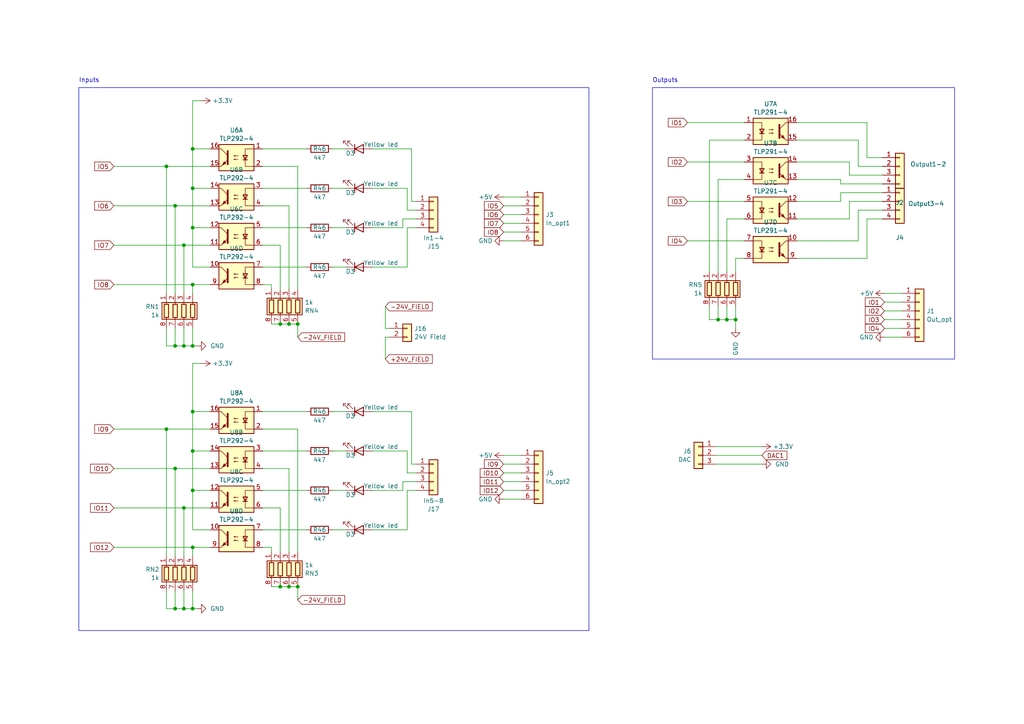
<source format=kicad_sch>
(kicad_sch (version 20230121) (generator eeschema)

  (uuid d19c7c83-0eea-4332-958a-4c973a41eedf)

  (paper "A4")

  (title_block
    (title "MetalMusings EaserCAT 3000")
  )

  (lib_symbols
    (symbol "Connector_Generic:Conn_01x02" (pin_names (offset 1.016) hide) (in_bom yes) (on_board yes)
      (property "Reference" "J" (at 0 2.54 0)
        (effects (font (size 1.27 1.27)))
      )
      (property "Value" "Conn_01x02" (at 0 -5.08 0)
        (effects (font (size 1.27 1.27)))
      )
      (property "Footprint" "" (at 0 0 0)
        (effects (font (size 1.27 1.27)) hide)
      )
      (property "Datasheet" "~" (at 0 0 0)
        (effects (font (size 1.27 1.27)) hide)
      )
      (property "ki_keywords" "connector" (at 0 0 0)
        (effects (font (size 1.27 1.27)) hide)
      )
      (property "ki_description" "Generic connector, single row, 01x02, script generated (kicad-library-utils/schlib/autogen/connector/)" (at 0 0 0)
        (effects (font (size 1.27 1.27)) hide)
      )
      (property "ki_fp_filters" "Connector*:*_1x??_*" (at 0 0 0)
        (effects (font (size 1.27 1.27)) hide)
      )
      (symbol "Conn_01x02_1_1"
        (rectangle (start -1.27 -2.413) (end 0 -2.667)
          (stroke (width 0.1524) (type default))
          (fill (type none))
        )
        (rectangle (start -1.27 0.127) (end 0 -0.127)
          (stroke (width 0.1524) (type default))
          (fill (type none))
        )
        (rectangle (start -1.27 1.27) (end 1.27 -3.81)
          (stroke (width 0.254) (type default))
          (fill (type background))
        )
        (pin passive line (at -5.08 0 0) (length 3.81)
          (name "Pin_1" (effects (font (size 1.27 1.27))))
          (number "1" (effects (font (size 1.27 1.27))))
        )
        (pin passive line (at -5.08 -2.54 0) (length 3.81)
          (name "Pin_2" (effects (font (size 1.27 1.27))))
          (number "2" (effects (font (size 1.27 1.27))))
        )
      )
    )
    (symbol "Connector_Generic:Conn_01x03" (pin_names (offset 1.016) hide) (in_bom yes) (on_board yes)
      (property "Reference" "J" (at 0 5.08 0)
        (effects (font (size 1.27 1.27)))
      )
      (property "Value" "Conn_01x03" (at 0 -5.08 0)
        (effects (font (size 1.27 1.27)))
      )
      (property "Footprint" "" (at 0 0 0)
        (effects (font (size 1.27 1.27)) hide)
      )
      (property "Datasheet" "~" (at 0 0 0)
        (effects (font (size 1.27 1.27)) hide)
      )
      (property "ki_keywords" "connector" (at 0 0 0)
        (effects (font (size 1.27 1.27)) hide)
      )
      (property "ki_description" "Generic connector, single row, 01x03, script generated (kicad-library-utils/schlib/autogen/connector/)" (at 0 0 0)
        (effects (font (size 1.27 1.27)) hide)
      )
      (property "ki_fp_filters" "Connector*:*_1x??_*" (at 0 0 0)
        (effects (font (size 1.27 1.27)) hide)
      )
      (symbol "Conn_01x03_1_1"
        (rectangle (start -1.27 -2.413) (end 0 -2.667)
          (stroke (width 0.1524) (type default))
          (fill (type none))
        )
        (rectangle (start -1.27 0.127) (end 0 -0.127)
          (stroke (width 0.1524) (type default))
          (fill (type none))
        )
        (rectangle (start -1.27 2.667) (end 0 2.413)
          (stroke (width 0.1524) (type default))
          (fill (type none))
        )
        (rectangle (start -1.27 3.81) (end 1.27 -3.81)
          (stroke (width 0.254) (type default))
          (fill (type background))
        )
        (pin passive line (at -5.08 2.54 0) (length 3.81)
          (name "Pin_1" (effects (font (size 1.27 1.27))))
          (number "1" (effects (font (size 1.27 1.27))))
        )
        (pin passive line (at -5.08 0 0) (length 3.81)
          (name "Pin_2" (effects (font (size 1.27 1.27))))
          (number "2" (effects (font (size 1.27 1.27))))
        )
        (pin passive line (at -5.08 -2.54 0) (length 3.81)
          (name "Pin_3" (effects (font (size 1.27 1.27))))
          (number "3" (effects (font (size 1.27 1.27))))
        )
      )
    )
    (symbol "Connector_Generic:Conn_01x04" (pin_names (offset 1.016) hide) (in_bom yes) (on_board yes)
      (property "Reference" "J" (at 0 5.08 0)
        (effects (font (size 1.27 1.27)))
      )
      (property "Value" "Conn_01x04" (at 0 -7.62 0)
        (effects (font (size 1.27 1.27)))
      )
      (property "Footprint" "" (at 0 0 0)
        (effects (font (size 1.27 1.27)) hide)
      )
      (property "Datasheet" "~" (at 0 0 0)
        (effects (font (size 1.27 1.27)) hide)
      )
      (property "ki_keywords" "connector" (at 0 0 0)
        (effects (font (size 1.27 1.27)) hide)
      )
      (property "ki_description" "Generic connector, single row, 01x04, script generated (kicad-library-utils/schlib/autogen/connector/)" (at 0 0 0)
        (effects (font (size 1.27 1.27)) hide)
      )
      (property "ki_fp_filters" "Connector*:*_1x??_*" (at 0 0 0)
        (effects (font (size 1.27 1.27)) hide)
      )
      (symbol "Conn_01x04_1_1"
        (rectangle (start -1.27 -4.953) (end 0 -5.207)
          (stroke (width 0.1524) (type default))
          (fill (type none))
        )
        (rectangle (start -1.27 -2.413) (end 0 -2.667)
          (stroke (width 0.1524) (type default))
          (fill (type none))
        )
        (rectangle (start -1.27 0.127) (end 0 -0.127)
          (stroke (width 0.1524) (type default))
          (fill (type none))
        )
        (rectangle (start -1.27 2.667) (end 0 2.413)
          (stroke (width 0.1524) (type default))
          (fill (type none))
        )
        (rectangle (start -1.27 3.81) (end 1.27 -6.35)
          (stroke (width 0.254) (type default))
          (fill (type background))
        )
        (pin passive line (at -5.08 2.54 0) (length 3.81)
          (name "Pin_1" (effects (font (size 1.27 1.27))))
          (number "1" (effects (font (size 1.27 1.27))))
        )
        (pin passive line (at -5.08 0 0) (length 3.81)
          (name "Pin_2" (effects (font (size 1.27 1.27))))
          (number "2" (effects (font (size 1.27 1.27))))
        )
        (pin passive line (at -5.08 -2.54 0) (length 3.81)
          (name "Pin_3" (effects (font (size 1.27 1.27))))
          (number "3" (effects (font (size 1.27 1.27))))
        )
        (pin passive line (at -5.08 -5.08 0) (length 3.81)
          (name "Pin_4" (effects (font (size 1.27 1.27))))
          (number "4" (effects (font (size 1.27 1.27))))
        )
      )
    )
    (symbol "Connector_Generic:Conn_01x06" (pin_names (offset 1.016) hide) (in_bom yes) (on_board yes)
      (property "Reference" "J" (at 0 7.62 0)
        (effects (font (size 1.27 1.27)))
      )
      (property "Value" "Conn_01x06" (at 0 -10.16 0)
        (effects (font (size 1.27 1.27)))
      )
      (property "Footprint" "" (at 0 0 0)
        (effects (font (size 1.27 1.27)) hide)
      )
      (property "Datasheet" "~" (at 0 0 0)
        (effects (font (size 1.27 1.27)) hide)
      )
      (property "ki_keywords" "connector" (at 0 0 0)
        (effects (font (size 1.27 1.27)) hide)
      )
      (property "ki_description" "Generic connector, single row, 01x06, script generated (kicad-library-utils/schlib/autogen/connector/)" (at 0 0 0)
        (effects (font (size 1.27 1.27)) hide)
      )
      (property "ki_fp_filters" "Connector*:*_1x??_*" (at 0 0 0)
        (effects (font (size 1.27 1.27)) hide)
      )
      (symbol "Conn_01x06_1_1"
        (rectangle (start -1.27 -7.493) (end 0 -7.747)
          (stroke (width 0.1524) (type default))
          (fill (type none))
        )
        (rectangle (start -1.27 -4.953) (end 0 -5.207)
          (stroke (width 0.1524) (type default))
          (fill (type none))
        )
        (rectangle (start -1.27 -2.413) (end 0 -2.667)
          (stroke (width 0.1524) (type default))
          (fill (type none))
        )
        (rectangle (start -1.27 0.127) (end 0 -0.127)
          (stroke (width 0.1524) (type default))
          (fill (type none))
        )
        (rectangle (start -1.27 2.667) (end 0 2.413)
          (stroke (width 0.1524) (type default))
          (fill (type none))
        )
        (rectangle (start -1.27 5.207) (end 0 4.953)
          (stroke (width 0.1524) (type default))
          (fill (type none))
        )
        (rectangle (start -1.27 6.35) (end 1.27 -8.89)
          (stroke (width 0.254) (type default))
          (fill (type background))
        )
        (pin passive line (at -5.08 5.08 0) (length 3.81)
          (name "Pin_1" (effects (font (size 1.27 1.27))))
          (number "1" (effects (font (size 1.27 1.27))))
        )
        (pin passive line (at -5.08 2.54 0) (length 3.81)
          (name "Pin_2" (effects (font (size 1.27 1.27))))
          (number "2" (effects (font (size 1.27 1.27))))
        )
        (pin passive line (at -5.08 0 0) (length 3.81)
          (name "Pin_3" (effects (font (size 1.27 1.27))))
          (number "3" (effects (font (size 1.27 1.27))))
        )
        (pin passive line (at -5.08 -2.54 0) (length 3.81)
          (name "Pin_4" (effects (font (size 1.27 1.27))))
          (number "4" (effects (font (size 1.27 1.27))))
        )
        (pin passive line (at -5.08 -5.08 0) (length 3.81)
          (name "Pin_5" (effects (font (size 1.27 1.27))))
          (number "5" (effects (font (size 1.27 1.27))))
        )
        (pin passive line (at -5.08 -7.62 0) (length 3.81)
          (name "Pin_6" (effects (font (size 1.27 1.27))))
          (number "6" (effects (font (size 1.27 1.27))))
        )
      )
    )
    (symbol "Device:LED" (pin_numbers hide) (pin_names (offset 1.016) hide) (in_bom yes) (on_board yes)
      (property "Reference" "D" (at 0 2.54 0)
        (effects (font (size 1.27 1.27)))
      )
      (property "Value" "LED" (at 0 -2.54 0)
        (effects (font (size 1.27 1.27)))
      )
      (property "Footprint" "" (at 0 0 0)
        (effects (font (size 1.27 1.27)) hide)
      )
      (property "Datasheet" "~" (at 0 0 0)
        (effects (font (size 1.27 1.27)) hide)
      )
      (property "ki_keywords" "LED diode" (at 0 0 0)
        (effects (font (size 1.27 1.27)) hide)
      )
      (property "ki_description" "Light emitting diode" (at 0 0 0)
        (effects (font (size 1.27 1.27)) hide)
      )
      (property "ki_fp_filters" "LED* LED_SMD:* LED_THT:*" (at 0 0 0)
        (effects (font (size 1.27 1.27)) hide)
      )
      (symbol "LED_0_1"
        (polyline
          (pts
            (xy -1.27 -1.27)
            (xy -1.27 1.27)
          )
          (stroke (width 0.254) (type default))
          (fill (type none))
        )
        (polyline
          (pts
            (xy -1.27 0)
            (xy 1.27 0)
          )
          (stroke (width 0) (type default))
          (fill (type none))
        )
        (polyline
          (pts
            (xy 1.27 -1.27)
            (xy 1.27 1.27)
            (xy -1.27 0)
            (xy 1.27 -1.27)
          )
          (stroke (width 0.254) (type default))
          (fill (type none))
        )
        (polyline
          (pts
            (xy -3.048 -0.762)
            (xy -4.572 -2.286)
            (xy -3.81 -2.286)
            (xy -4.572 -2.286)
            (xy -4.572 -1.524)
          )
          (stroke (width 0) (type default))
          (fill (type none))
        )
        (polyline
          (pts
            (xy -1.778 -0.762)
            (xy -3.302 -2.286)
            (xy -2.54 -2.286)
            (xy -3.302 -2.286)
            (xy -3.302 -1.524)
          )
          (stroke (width 0) (type default))
          (fill (type none))
        )
      )
      (symbol "LED_1_1"
        (pin passive line (at -3.81 0 0) (length 2.54)
          (name "K" (effects (font (size 1.27 1.27))))
          (number "1" (effects (font (size 1.27 1.27))))
        )
        (pin passive line (at 3.81 0 180) (length 2.54)
          (name "A" (effects (font (size 1.27 1.27))))
          (number "2" (effects (font (size 1.27 1.27))))
        )
      )
    )
    (symbol "Device:R" (pin_numbers hide) (pin_names (offset 0)) (in_bom yes) (on_board yes)
      (property "Reference" "R" (at 2.032 0 90)
        (effects (font (size 1.27 1.27)))
      )
      (property "Value" "R" (at 0 0 90)
        (effects (font (size 1.27 1.27)))
      )
      (property "Footprint" "" (at -1.778 0 90)
        (effects (font (size 1.27 1.27)) hide)
      )
      (property "Datasheet" "~" (at 0 0 0)
        (effects (font (size 1.27 1.27)) hide)
      )
      (property "ki_keywords" "R res resistor" (at 0 0 0)
        (effects (font (size 1.27 1.27)) hide)
      )
      (property "ki_description" "Resistor" (at 0 0 0)
        (effects (font (size 1.27 1.27)) hide)
      )
      (property "ki_fp_filters" "R_*" (at 0 0 0)
        (effects (font (size 1.27 1.27)) hide)
      )
      (symbol "R_0_1"
        (rectangle (start -1.016 -2.54) (end 1.016 2.54)
          (stroke (width 0.254) (type default))
          (fill (type none))
        )
      )
      (symbol "R_1_1"
        (pin passive line (at 0 3.81 270) (length 1.27)
          (name "~" (effects (font (size 1.27 1.27))))
          (number "1" (effects (font (size 1.27 1.27))))
        )
        (pin passive line (at 0 -3.81 90) (length 1.27)
          (name "~" (effects (font (size 1.27 1.27))))
          (number "2" (effects (font (size 1.27 1.27))))
        )
      )
    )
    (symbol "Device:R_Pack04" (pin_names (offset 0) hide) (in_bom yes) (on_board yes)
      (property "Reference" "RN" (at -7.62 0 90)
        (effects (font (size 1.27 1.27)))
      )
      (property "Value" "R_Pack04" (at 5.08 0 90)
        (effects (font (size 1.27 1.27)))
      )
      (property "Footprint" "" (at 6.985 0 90)
        (effects (font (size 1.27 1.27)) hide)
      )
      (property "Datasheet" "~" (at 0 0 0)
        (effects (font (size 1.27 1.27)) hide)
      )
      (property "ki_keywords" "R network parallel topology isolated" (at 0 0 0)
        (effects (font (size 1.27 1.27)) hide)
      )
      (property "ki_description" "4 resistor network, parallel topology" (at 0 0 0)
        (effects (font (size 1.27 1.27)) hide)
      )
      (property "ki_fp_filters" "DIP* SOIC* R*Array*Concave* R*Array*Convex*" (at 0 0 0)
        (effects (font (size 1.27 1.27)) hide)
      )
      (symbol "R_Pack04_0_1"
        (rectangle (start -6.35 -2.413) (end 3.81 2.413)
          (stroke (width 0.254) (type default))
          (fill (type background))
        )
        (rectangle (start -5.715 1.905) (end -4.445 -1.905)
          (stroke (width 0.254) (type default))
          (fill (type none))
        )
        (rectangle (start -3.175 1.905) (end -1.905 -1.905)
          (stroke (width 0.254) (type default))
          (fill (type none))
        )
        (rectangle (start -0.635 1.905) (end 0.635 -1.905)
          (stroke (width 0.254) (type default))
          (fill (type none))
        )
        (polyline
          (pts
            (xy -5.08 -2.54)
            (xy -5.08 -1.905)
          )
          (stroke (width 0) (type default))
          (fill (type none))
        )
        (polyline
          (pts
            (xy -5.08 1.905)
            (xy -5.08 2.54)
          )
          (stroke (width 0) (type default))
          (fill (type none))
        )
        (polyline
          (pts
            (xy -2.54 -2.54)
            (xy -2.54 -1.905)
          )
          (stroke (width 0) (type default))
          (fill (type none))
        )
        (polyline
          (pts
            (xy -2.54 1.905)
            (xy -2.54 2.54)
          )
          (stroke (width 0) (type default))
          (fill (type none))
        )
        (polyline
          (pts
            (xy 0 -2.54)
            (xy 0 -1.905)
          )
          (stroke (width 0) (type default))
          (fill (type none))
        )
        (polyline
          (pts
            (xy 0 1.905)
            (xy 0 2.54)
          )
          (stroke (width 0) (type default))
          (fill (type none))
        )
        (polyline
          (pts
            (xy 2.54 -2.54)
            (xy 2.54 -1.905)
          )
          (stroke (width 0) (type default))
          (fill (type none))
        )
        (polyline
          (pts
            (xy 2.54 1.905)
            (xy 2.54 2.54)
          )
          (stroke (width 0) (type default))
          (fill (type none))
        )
        (rectangle (start 1.905 1.905) (end 3.175 -1.905)
          (stroke (width 0.254) (type default))
          (fill (type none))
        )
      )
      (symbol "R_Pack04_1_1"
        (pin passive line (at -5.08 -5.08 90) (length 2.54)
          (name "R1.1" (effects (font (size 1.27 1.27))))
          (number "1" (effects (font (size 1.27 1.27))))
        )
        (pin passive line (at -2.54 -5.08 90) (length 2.54)
          (name "R2.1" (effects (font (size 1.27 1.27))))
          (number "2" (effects (font (size 1.27 1.27))))
        )
        (pin passive line (at 0 -5.08 90) (length 2.54)
          (name "R3.1" (effects (font (size 1.27 1.27))))
          (number "3" (effects (font (size 1.27 1.27))))
        )
        (pin passive line (at 2.54 -5.08 90) (length 2.54)
          (name "R4.1" (effects (font (size 1.27 1.27))))
          (number "4" (effects (font (size 1.27 1.27))))
        )
        (pin passive line (at 2.54 5.08 270) (length 2.54)
          (name "R4.2" (effects (font (size 1.27 1.27))))
          (number "5" (effects (font (size 1.27 1.27))))
        )
        (pin passive line (at 0 5.08 270) (length 2.54)
          (name "R3.2" (effects (font (size 1.27 1.27))))
          (number "6" (effects (font (size 1.27 1.27))))
        )
        (pin passive line (at -2.54 5.08 270) (length 2.54)
          (name "R2.2" (effects (font (size 1.27 1.27))))
          (number "7" (effects (font (size 1.27 1.27))))
        )
        (pin passive line (at -5.08 5.08 270) (length 2.54)
          (name "R1.2" (effects (font (size 1.27 1.27))))
          (number "8" (effects (font (size 1.27 1.27))))
        )
      )
    )
    (symbol "Isolator:TLP291-4" (in_bom yes) (on_board yes)
      (property "Reference" "U" (at -5.08 5.08 0)
        (effects (font (size 1.27 1.27)) (justify left))
      )
      (property "Value" "TLP291-4" (at 0 5.08 0)
        (effects (font (size 1.27 1.27)) (justify left))
      )
      (property "Footprint" "Package_SO:SOIC-16_4.55x10.3mm_P1.27mm" (at -5.08 -5.08 0)
        (effects (font (size 1.27 1.27) italic) (justify left) hide)
      )
      (property "Datasheet" "https://toshiba.semicon-storage.com/info/docget.jsp?did=12858&prodName=TLP291-4" (at 0 0 0)
        (effects (font (size 1.27 1.27)) (justify left) hide)
      )
      (property "ki_keywords" "NPN DC Quad Optocoupler" (at 0 0 0)
        (effects (font (size 1.27 1.27)) hide)
      )
      (property "ki_description" "Quad DC Optocoupler, Vce 80V, CTR 50-100%, SOP16" (at 0 0 0)
        (effects (font (size 1.27 1.27)) hide)
      )
      (property "ki_fp_filters" "SOIC*4.55x10.3mm*P1.27mm*" (at 0 0 0)
        (effects (font (size 1.27 1.27)) hide)
      )
      (symbol "TLP291-4_0_1"
        (rectangle (start -5.08 3.81) (end 5.08 -3.81)
          (stroke (width 0.254) (type default))
          (fill (type background))
        )
        (polyline
          (pts
            (xy -3.175 -0.635)
            (xy -1.905 -0.635)
          )
          (stroke (width 0.254) (type default))
          (fill (type none))
        )
        (polyline
          (pts
            (xy 2.54 0.635)
            (xy 4.445 2.54)
          )
          (stroke (width 0) (type default))
          (fill (type none))
        )
        (polyline
          (pts
            (xy 4.445 -2.54)
            (xy 2.54 -0.635)
          )
          (stroke (width 0) (type default))
          (fill (type outline))
        )
        (polyline
          (pts
            (xy 4.445 -2.54)
            (xy 5.08 -2.54)
          )
          (stroke (width 0) (type default))
          (fill (type none))
        )
        (polyline
          (pts
            (xy 4.445 2.54)
            (xy 5.08 2.54)
          )
          (stroke (width 0) (type default))
          (fill (type none))
        )
        (polyline
          (pts
            (xy -5.08 2.54)
            (xy -2.54 2.54)
            (xy -2.54 0.635)
          )
          (stroke (width 0) (type default))
          (fill (type none))
        )
        (polyline
          (pts
            (xy -2.54 0.635)
            (xy -2.54 -2.54)
            (xy -5.08 -2.54)
          )
          (stroke (width 0) (type default))
          (fill (type none))
        )
        (polyline
          (pts
            (xy 2.54 1.905)
            (xy 2.54 -1.905)
            (xy 2.54 -1.905)
          )
          (stroke (width 0.508) (type default))
          (fill (type none))
        )
        (polyline
          (pts
            (xy -2.54 -0.635)
            (xy -3.175 0.635)
            (xy -1.905 0.635)
            (xy -2.54 -0.635)
          )
          (stroke (width 0.254) (type default))
          (fill (type none))
        )
        (polyline
          (pts
            (xy -0.508 -0.508)
            (xy 0.762 -0.508)
            (xy 0.381 -0.635)
            (xy 0.381 -0.381)
            (xy 0.762 -0.508)
          )
          (stroke (width 0) (type default))
          (fill (type none))
        )
        (polyline
          (pts
            (xy -0.508 0.508)
            (xy 0.762 0.508)
            (xy 0.381 0.381)
            (xy 0.381 0.635)
            (xy 0.762 0.508)
          )
          (stroke (width 0) (type default))
          (fill (type none))
        )
        (polyline
          (pts
            (xy 3.048 -1.651)
            (xy 3.556 -1.143)
            (xy 4.064 -2.159)
            (xy 3.048 -1.651)
            (xy 3.048 -1.651)
          )
          (stroke (width 0) (type default))
          (fill (type outline))
        )
      )
      (symbol "TLP291-4_1_1"
        (pin passive line (at -7.62 2.54 0) (length 2.54)
          (name "~" (effects (font (size 1.27 1.27))))
          (number "1" (effects (font (size 1.27 1.27))))
        )
        (pin passive line (at 7.62 -2.54 180) (length 2.54)
          (name "~" (effects (font (size 1.27 1.27))))
          (number "15" (effects (font (size 1.27 1.27))))
        )
        (pin passive line (at 7.62 2.54 180) (length 2.54)
          (name "~" (effects (font (size 1.27 1.27))))
          (number "16" (effects (font (size 1.27 1.27))))
        )
        (pin passive line (at -7.62 -2.54 0) (length 2.54)
          (name "~" (effects (font (size 1.27 1.27))))
          (number "2" (effects (font (size 1.27 1.27))))
        )
      )
      (symbol "TLP291-4_2_1"
        (pin passive line (at 7.62 -2.54 180) (length 2.54)
          (name "~" (effects (font (size 1.27 1.27))))
          (number "13" (effects (font (size 1.27 1.27))))
        )
        (pin passive line (at 7.62 2.54 180) (length 2.54)
          (name "~" (effects (font (size 1.27 1.27))))
          (number "14" (effects (font (size 1.27 1.27))))
        )
        (pin passive line (at -7.62 2.54 0) (length 2.54)
          (name "~" (effects (font (size 1.27 1.27))))
          (number "3" (effects (font (size 1.27 1.27))))
        )
        (pin passive line (at -7.62 -2.54 0) (length 2.54)
          (name "~" (effects (font (size 1.27 1.27))))
          (number "4" (effects (font (size 1.27 1.27))))
        )
      )
      (symbol "TLP291-4_3_1"
        (pin passive line (at 7.62 -2.54 180) (length 2.54)
          (name "~" (effects (font (size 1.27 1.27))))
          (number "11" (effects (font (size 1.27 1.27))))
        )
        (pin passive line (at 7.62 2.54 180) (length 2.54)
          (name "~" (effects (font (size 1.27 1.27))))
          (number "12" (effects (font (size 1.27 1.27))))
        )
        (pin passive line (at -7.62 2.54 0) (length 2.54)
          (name "~" (effects (font (size 1.27 1.27))))
          (number "5" (effects (font (size 1.27 1.27))))
        )
        (pin passive line (at -7.62 -2.54 0) (length 2.54)
          (name "~" (effects (font (size 1.27 1.27))))
          (number "6" (effects (font (size 1.27 1.27))))
        )
      )
      (symbol "TLP291-4_4_1"
        (pin passive line (at 7.62 2.54 180) (length 2.54)
          (name "~" (effects (font (size 1.27 1.27))))
          (number "10" (effects (font (size 1.27 1.27))))
        )
        (pin passive line (at -7.62 2.54 0) (length 2.54)
          (name "~" (effects (font (size 1.27 1.27))))
          (number "7" (effects (font (size 1.27 1.27))))
        )
        (pin passive line (at -7.62 -2.54 0) (length 2.54)
          (name "~" (effects (font (size 1.27 1.27))))
          (number "8" (effects (font (size 1.27 1.27))))
        )
        (pin passive line (at 7.62 -2.54 180) (length 2.54)
          (name "~" (effects (font (size 1.27 1.27))))
          (number "9" (effects (font (size 1.27 1.27))))
        )
      )
    )
    (symbol "power:+3.3V" (power) (pin_names (offset 0)) (in_bom yes) (on_board yes)
      (property "Reference" "#PWR" (at 0 -3.81 0)
        (effects (font (size 1.27 1.27)) hide)
      )
      (property "Value" "+3.3V" (at 0 3.556 0)
        (effects (font (size 1.27 1.27)))
      )
      (property "Footprint" "" (at 0 0 0)
        (effects (font (size 1.27 1.27)) hide)
      )
      (property "Datasheet" "" (at 0 0 0)
        (effects (font (size 1.27 1.27)) hide)
      )
      (property "ki_keywords" "global power" (at 0 0 0)
        (effects (font (size 1.27 1.27)) hide)
      )
      (property "ki_description" "Power symbol creates a global label with name \"+3.3V\"" (at 0 0 0)
        (effects (font (size 1.27 1.27)) hide)
      )
      (symbol "+3.3V_0_1"
        (polyline
          (pts
            (xy -0.762 1.27)
            (xy 0 2.54)
          )
          (stroke (width 0) (type default))
          (fill (type none))
        )
        (polyline
          (pts
            (xy 0 0)
            (xy 0 2.54)
          )
          (stroke (width 0) (type default))
          (fill (type none))
        )
        (polyline
          (pts
            (xy 0 2.54)
            (xy 0.762 1.27)
          )
          (stroke (width 0) (type default))
          (fill (type none))
        )
      )
      (symbol "+3.3V_1_1"
        (pin power_in line (at 0 0 90) (length 0) hide
          (name "+3.3V" (effects (font (size 1.27 1.27))))
          (number "1" (effects (font (size 1.27 1.27))))
        )
      )
    )
    (symbol "power:+5V" (power) (pin_names (offset 0)) (in_bom yes) (on_board yes)
      (property "Reference" "#PWR" (at 0 -3.81 0)
        (effects (font (size 1.27 1.27)) hide)
      )
      (property "Value" "+5V" (at 0 3.556 0)
        (effects (font (size 1.27 1.27)))
      )
      (property "Footprint" "" (at 0 0 0)
        (effects (font (size 1.27 1.27)) hide)
      )
      (property "Datasheet" "" (at 0 0 0)
        (effects (font (size 1.27 1.27)) hide)
      )
      (property "ki_keywords" "global power" (at 0 0 0)
        (effects (font (size 1.27 1.27)) hide)
      )
      (property "ki_description" "Power symbol creates a global label with name \"+5V\"" (at 0 0 0)
        (effects (font (size 1.27 1.27)) hide)
      )
      (symbol "+5V_0_1"
        (polyline
          (pts
            (xy -0.762 1.27)
            (xy 0 2.54)
          )
          (stroke (width 0) (type default))
          (fill (type none))
        )
        (polyline
          (pts
            (xy 0 0)
            (xy 0 2.54)
          )
          (stroke (width 0) (type default))
          (fill (type none))
        )
        (polyline
          (pts
            (xy 0 2.54)
            (xy 0.762 1.27)
          )
          (stroke (width 0) (type default))
          (fill (type none))
        )
      )
      (symbol "+5V_1_1"
        (pin power_in line (at 0 0 90) (length 0) hide
          (name "+5V" (effects (font (size 1.27 1.27))))
          (number "1" (effects (font (size 1.27 1.27))))
        )
      )
    )
    (symbol "power:GND" (power) (pin_names (offset 0)) (in_bom yes) (on_board yes)
      (property "Reference" "#PWR" (at 0 -6.35 0)
        (effects (font (size 1.27 1.27)) hide)
      )
      (property "Value" "GND" (at 0 -3.81 0)
        (effects (font (size 1.27 1.27)))
      )
      (property "Footprint" "" (at 0 0 0)
        (effects (font (size 1.27 1.27)) hide)
      )
      (property "Datasheet" "" (at 0 0 0)
        (effects (font (size 1.27 1.27)) hide)
      )
      (property "ki_keywords" "global power" (at 0 0 0)
        (effects (font (size 1.27 1.27)) hide)
      )
      (property "ki_description" "Power symbol creates a global label with name \"GND\" , ground" (at 0 0 0)
        (effects (font (size 1.27 1.27)) hide)
      )
      (symbol "GND_0_1"
        (polyline
          (pts
            (xy 0 0)
            (xy 0 -1.27)
            (xy 1.27 -1.27)
            (xy 0 -2.54)
            (xy -1.27 -1.27)
            (xy 0 -1.27)
          )
          (stroke (width 0) (type default))
          (fill (type none))
        )
      )
      (symbol "GND_1_1"
        (pin power_in line (at 0 0 270) (length 0) hide
          (name "GND" (effects (font (size 1.27 1.27))))
          (number "1" (effects (font (size 1.27 1.27))))
        )
      )
    )
  )

  (junction (at 55.88 54.61) (diameter 0) (color 0 0 0 0)
    (uuid 07cbb7b7-3f83-4128-b766-89904e8b2b59)
  )
  (junction (at 48.26 124.46) (diameter 0) (color 0 0 0 0)
    (uuid 10df9d2d-77cc-449b-9c25-983999fb39a4)
  )
  (junction (at 83.82 93.98) (diameter 0) (color 0 0 0 0)
    (uuid 15a9f37c-d5d2-4217-855b-b2803ff82848)
  )
  (junction (at 55.88 176.53) (diameter 0) (color 0 0 0 0)
    (uuid 18a0c0d8-235f-41fb-b3c4-1513ad3b4482)
  )
  (junction (at 208.28 92.71) (diameter 0) (color 0 0 0 0)
    (uuid 1b560e34-41be-43fd-8529-e58dc6d37522)
  )
  (junction (at 55.88 119.38) (diameter 0) (color 0 0 0 0)
    (uuid 1dd69ea6-5360-49cc-8337-ba61698ad8d1)
  )
  (junction (at 50.8 176.53) (diameter 0) (color 0 0 0 0)
    (uuid 2110fcb5-cc92-4f0d-80b3-df7f697353b1)
  )
  (junction (at 81.28 93.98) (diameter 0) (color 0 0 0 0)
    (uuid 22d081f4-371c-46e2-a279-8d3c008e963e)
  )
  (junction (at 213.36 92.71) (diameter 0) (color 0 0 0 0)
    (uuid 2bbb1fa0-b8ca-48d0-88d0-feefc8a81565)
  )
  (junction (at 210.82 92.71) (diameter 0) (color 0 0 0 0)
    (uuid 2eb9d7c6-fc97-4f58-957f-64a01d6d5108)
  )
  (junction (at 83.82 170.18) (diameter 0) (color 0 0 0 0)
    (uuid 3024cf93-733f-4a22-a5fc-2ba353e87d78)
  )
  (junction (at 55.88 43.18) (diameter 0) (color 0 0 0 0)
    (uuid 5354ec96-5fcd-4894-93ea-88bc52835846)
  )
  (junction (at 55.88 82.55) (diameter 0) (color 0 0 0 0)
    (uuid 5779957c-f6d2-40dc-ad82-9d7099d36594)
  )
  (junction (at 55.88 130.81) (diameter 0) (color 0 0 0 0)
    (uuid 5a15d30a-c4dc-4c13-9286-2334ea4bda86)
  )
  (junction (at 48.26 48.26) (diameter 0) (color 0 0 0 0)
    (uuid 616af3f3-f203-4c74-8cc4-224fcc8f2a5a)
  )
  (junction (at 53.34 147.32) (diameter 0) (color 0 0 0 0)
    (uuid 64a7af42-9287-4537-ac9c-5404d589331d)
  )
  (junction (at 50.8 135.89) (diameter 0) (color 0 0 0 0)
    (uuid 671be165-0eab-4b07-b79b-bae89dcf4d84)
  )
  (junction (at 86.36 93.98) (diameter 0) (color 0 0 0 0)
    (uuid 6d4287fc-867c-4fff-86bd-1c30233f78e1)
  )
  (junction (at 55.88 66.04) (diameter 0) (color 0 0 0 0)
    (uuid 80b8b24f-c137-4b6c-b9c5-1deb55f47fcd)
  )
  (junction (at 55.88 100.33) (diameter 0) (color 0 0 0 0)
    (uuid 93dc0ec0-dd2e-4722-9eb9-3c6722c5defc)
  )
  (junction (at 53.34 176.53) (diameter 0) (color 0 0 0 0)
    (uuid 9f8b79b9-7744-4147-8b4b-fef8182a1954)
  )
  (junction (at 50.8 59.69) (diameter 0) (color 0 0 0 0)
    (uuid a869d333-59dd-4d47-9a9a-5ba8cd70a38e)
  )
  (junction (at 53.34 71.12) (diameter 0) (color 0 0 0 0)
    (uuid aca97284-6bd7-4f8f-899b-36d89632830c)
  )
  (junction (at 55.88 142.24) (diameter 0) (color 0 0 0 0)
    (uuid bcd73f2a-3be9-4aca-8a55-4302737a928c)
  )
  (junction (at 81.28 170.18) (diameter 0) (color 0 0 0 0)
    (uuid cc6f0da4-1748-45ae-8cb3-00f891c8f483)
  )
  (junction (at 55.88 158.75) (diameter 0) (color 0 0 0 0)
    (uuid dbdc9b51-e141-48d8-99d0-69d85a41db83)
  )
  (junction (at 50.8 100.33) (diameter 0) (color 0 0 0 0)
    (uuid f48d5329-71ea-49b0-aaea-c1a534f7d532)
  )
  (junction (at 53.34 100.33) (diameter 0) (color 0 0 0 0)
    (uuid f6e15fa5-1282-4963-b6dd-779b285179c9)
  )
  (junction (at 86.36 170.18) (diameter 0) (color 0 0 0 0)
    (uuid f9c65761-8266-47e8-b84d-d318600566be)
  )

  (wire (pts (xy 76.2 142.24) (xy 88.9 142.24))
    (stroke (width 0) (type default))
    (uuid 01c7129e-d54e-450b-ac88-ba1f62953586)
  )
  (wire (pts (xy 120.65 66.04) (xy 118.11 66.04))
    (stroke (width 0) (type default))
    (uuid 02439b9a-9557-479c-ac82-1fc5d86ccc0d)
  )
  (wire (pts (xy 55.88 54.61) (xy 55.88 43.18))
    (stroke (width 0) (type default))
    (uuid 0289e346-4623-4c75-a126-b936e7b2a041)
  )
  (wire (pts (xy 33.02 48.26) (xy 48.26 48.26))
    (stroke (width 0) (type default))
    (uuid 02ff09f6-ea15-4d71-91d9-926ac32de6ff)
  )
  (wire (pts (xy 205.74 88.9) (xy 205.74 92.71))
    (stroke (width 0) (type default))
    (uuid 077bf300-3a55-4bfa-952c-f951865d04d8)
  )
  (wire (pts (xy 213.36 88.9) (xy 213.36 92.71))
    (stroke (width 0) (type default))
    (uuid 09c5c74c-bdcb-471e-a5bc-5a46e6b3b8b8)
  )
  (wire (pts (xy 55.88 66.04) (xy 60.96 66.04))
    (stroke (width 0) (type default))
    (uuid 0ab240a3-6720-4011-981f-6c5a837bd051)
  )
  (wire (pts (xy 50.8 135.89) (xy 60.96 135.89))
    (stroke (width 0) (type default))
    (uuid 0b4df079-5858-42cf-8dcc-63965d9dadf2)
  )
  (wire (pts (xy 81.28 71.12) (xy 81.28 83.82))
    (stroke (width 0) (type default))
    (uuid 0c1a8c4a-db6d-474a-8567-1c143b30289f)
  )
  (wire (pts (xy 76.2 153.67) (xy 88.9 153.67))
    (stroke (width 0) (type default))
    (uuid 0c733ce2-8989-416b-bb6d-59831f7b40ee)
  )
  (wire (pts (xy 55.88 100.33) (xy 53.34 100.33))
    (stroke (width 0) (type default))
    (uuid 0d54e2a0-fd23-44d8-83ad-dafb003a2fdc)
  )
  (wire (pts (xy 151.13 139.7) (xy 146.05 139.7))
    (stroke (width 0) (type default))
    (uuid 0fa196e4-35e7-4bd6-94c1-041121348d78)
  )
  (wire (pts (xy 119.38 134.62) (xy 120.65 134.62))
    (stroke (width 0) (type default))
    (uuid 0fa7ae37-9663-4c90-8f1d-80d4ab2d3414)
  )
  (wire (pts (xy 76.2 135.89) (xy 83.82 135.89))
    (stroke (width 0) (type default))
    (uuid 1052673e-1444-48ba-9be1-e7c073871e8a)
  )
  (wire (pts (xy 118.11 66.04) (xy 118.11 77.47))
    (stroke (width 0) (type default))
    (uuid 108bbc18-3dd6-4210-bd4c-971afdfc4915)
  )
  (wire (pts (xy 55.88 43.18) (xy 60.96 43.18))
    (stroke (width 0) (type default))
    (uuid 114d4d12-b233-45f0-a723-006566e7dbb9)
  )
  (wire (pts (xy 55.88 105.41) (xy 58.42 105.41))
    (stroke (width 0) (type default))
    (uuid 1400da5b-9e6f-43d6-abbb-9e91cad1d375)
  )
  (wire (pts (xy 255.905 58.42) (xy 246.38 58.42))
    (stroke (width 0) (type default))
    (uuid 15054ad7-02fd-44ac-82e7-a067dce46f3f)
  )
  (wire (pts (xy 86.36 48.26) (xy 86.36 83.82))
    (stroke (width 0) (type default))
    (uuid 1600e191-53bc-4fb1-a168-e9d4cf5145bb)
  )
  (wire (pts (xy 113.03 95.25) (xy 111.76 95.25))
    (stroke (width 0) (type default))
    (uuid 18f152f7-ccc2-47bd-9f77-5a99f840fce4)
  )
  (wire (pts (xy 208.28 52.07) (xy 208.28 78.74))
    (stroke (width 0) (type default))
    (uuid 19f3d7d3-dc1a-4360-882f-ca68bdddf549)
  )
  (wire (pts (xy 33.02 71.12) (xy 53.34 71.12))
    (stroke (width 0) (type default))
    (uuid 1a5788a9-9f4f-49a7-b2f9-9fa0f9518593)
  )
  (wire (pts (xy 261.62 97.79) (xy 256.54 97.79))
    (stroke (width 0) (type default))
    (uuid 1a8ccfee-f64a-40f3-bf43-85ad91faec51)
  )
  (wire (pts (xy 96.52 130.81) (xy 100.33 130.81))
    (stroke (width 0) (type default))
    (uuid 1b2d7f1b-c326-49c2-9060-21c4fe1474cf)
  )
  (wire (pts (xy 86.36 93.98) (xy 86.36 97.79))
    (stroke (width 0) (type default))
    (uuid 1b88b3de-aec0-4568-9590-f6517cc4262e)
  )
  (wire (pts (xy 120.65 139.7) (xy 116.84 139.7))
    (stroke (width 0) (type default))
    (uuid 1cc68282-b6c1-43f0-ad81-9d3e7e6b2043)
  )
  (wire (pts (xy 33.02 82.55) (xy 55.88 82.55))
    (stroke (width 0) (type default))
    (uuid 1d6727f4-2f0a-4670-b5ac-b31feac5badd)
  )
  (wire (pts (xy 76.2 71.12) (xy 81.28 71.12))
    (stroke (width 0) (type default))
    (uuid 218faa41-ff38-40bb-8362-85d88d8d1f4f)
  )
  (wire (pts (xy 151.13 132.08) (xy 146.05 132.08))
    (stroke (width 0) (type default))
    (uuid 21bf2b86-7e4a-404d-ae60-287f28f575d8)
  )
  (wire (pts (xy 246.38 46.99) (xy 231.14 46.99))
    (stroke (width 0) (type default))
    (uuid 22973758-3fb4-4d6e-8c38-44771ed5c1c7)
  )
  (wire (pts (xy 261.62 95.25) (xy 256.54 95.25))
    (stroke (width 0) (type default))
    (uuid 2428fdd2-3403-4493-8e24-c3c27a60f151)
  )
  (wire (pts (xy 53.34 71.12) (xy 60.96 71.12))
    (stroke (width 0) (type default))
    (uuid 250a860d-457d-4667-afd1-c0fdd94d76d1)
  )
  (wire (pts (xy 55.88 77.47) (xy 55.88 66.04))
    (stroke (width 0) (type default))
    (uuid 25874bd8-0d2a-4e8b-92cb-6d85640545d0)
  )
  (wire (pts (xy 50.8 176.53) (xy 50.8 171.45))
    (stroke (width 0) (type default))
    (uuid 26549126-7053-4f91-bb5c-8eecb3ef4207)
  )
  (wire (pts (xy 81.28 93.98) (xy 83.82 93.98))
    (stroke (width 0) (type default))
    (uuid 275ee4b2-b82c-4bd4-8759-b5bc69a662ca)
  )
  (wire (pts (xy 251.46 45.72) (xy 255.905 45.72))
    (stroke (width 0) (type default))
    (uuid 286a84a1-87bd-4d0a-a25a-147f11fce04f)
  )
  (wire (pts (xy 210.82 92.71) (xy 213.36 92.71))
    (stroke (width 0) (type default))
    (uuid 286bca9b-1bb9-4f6d-960d-3df62edc2554)
  )
  (wire (pts (xy 76.2 147.32) (xy 81.28 147.32))
    (stroke (width 0) (type default))
    (uuid 29053923-60af-41a3-bd9e-97ab6bcce108)
  )
  (wire (pts (xy 55.88 176.53) (xy 53.34 176.53))
    (stroke (width 0) (type default))
    (uuid 2911d755-da1c-4c62-bc44-1da9a2c551b2)
  )
  (wire (pts (xy 96.52 43.18) (xy 100.33 43.18))
    (stroke (width 0) (type default))
    (uuid 293628e2-2df4-45d8-944e-e0d936901ff8)
  )
  (wire (pts (xy 119.38 134.62) (xy 119.38 119.38))
    (stroke (width 0) (type default))
    (uuid 2d9f543a-9da4-43d5-b374-d8fb8f1f7984)
  )
  (wire (pts (xy 243.84 53.34) (xy 255.905 53.34))
    (stroke (width 0) (type default))
    (uuid 2da6c4be-b0a8-4b8e-b5f0-6c603f4ace23)
  )
  (wire (pts (xy 118.11 54.61) (xy 107.95 54.61))
    (stroke (width 0) (type default))
    (uuid 320b079f-41b5-412b-9671-8b5c864b07d2)
  )
  (wire (pts (xy 55.88 82.55) (xy 60.96 82.55))
    (stroke (width 0) (type default))
    (uuid 32337502-ea28-45fa-b04c-751aaac8e66c)
  )
  (wire (pts (xy 243.84 55.88) (xy 255.905 55.88))
    (stroke (width 0) (type default))
    (uuid 32ade1bc-9379-46f8-b527-0d4c06559905)
  )
  (wire (pts (xy 231.14 58.42) (xy 243.84 58.42))
    (stroke (width 0) (type default))
    (uuid 339b73d1-ab38-4b18-b3f2-3821684f2dea)
  )
  (wire (pts (xy 50.8 85.09) (xy 50.8 59.69))
    (stroke (width 0) (type default))
    (uuid 35326756-2ede-4494-ab8b-c0812fac8c9d)
  )
  (wire (pts (xy 55.88 100.33) (xy 55.88 95.25))
    (stroke (width 0) (type default))
    (uuid 38b4c120-20c0-4a67-b58b-cd9436ee5312)
  )
  (wire (pts (xy 118.11 130.81) (xy 107.95 130.81))
    (stroke (width 0) (type default))
    (uuid 3972b15a-71c8-41da-871e-91cb89f080c3)
  )
  (wire (pts (xy 248.92 40.64) (xy 248.92 48.26))
    (stroke (width 0) (type default))
    (uuid 398b89bd-f573-4af0-9799-1cd8fa9083ea)
  )
  (wire (pts (xy 76.2 158.75) (xy 78.74 158.75))
    (stroke (width 0) (type default))
    (uuid 39ab5452-c0f8-48d8-9e17-6ae0d5c6c509)
  )
  (wire (pts (xy 251.46 63.5) (xy 255.905 63.5))
    (stroke (width 0) (type default))
    (uuid 3a08d8fd-d078-404a-a63c-1cfa2bea067e)
  )
  (wire (pts (xy 151.13 144.78) (xy 146.05 144.78))
    (stroke (width 0) (type default))
    (uuid 3a7c4956-2b09-4ef7-8e9d-ae7303c18745)
  )
  (wire (pts (xy 55.88 158.75) (xy 60.96 158.75))
    (stroke (width 0) (type default))
    (uuid 3aa4347c-48e5-41b5-98e9-29d916c3335f)
  )
  (wire (pts (xy 207.645 132.08) (xy 220.98 132.08))
    (stroke (width 0) (type default))
    (uuid 3c4f8af2-60d1-4a08-8c88-b2777c71a33b)
  )
  (wire (pts (xy 231.14 69.85) (xy 248.92 69.85))
    (stroke (width 0) (type default))
    (uuid 3dad7724-6a64-4cb5-a2fa-997e1577006e)
  )
  (wire (pts (xy 120.65 137.16) (xy 118.11 137.16))
    (stroke (width 0) (type default))
    (uuid 4013b057-7e3f-418e-baeb-f81b52c380f6)
  )
  (wire (pts (xy 118.11 137.16) (xy 118.11 130.81))
    (stroke (width 0) (type default))
    (uuid 403aa0ea-7e2b-44d1-82a1-63f25024185d)
  )
  (wire (pts (xy 96.52 153.67) (xy 100.33 153.67))
    (stroke (width 0) (type default))
    (uuid 406c8c1a-fd77-4500-b5a2-08835a6d44f1)
  )
  (wire (pts (xy 261.62 85.09) (xy 256.54 85.09))
    (stroke (width 0) (type default))
    (uuid 424a13f3-619b-41e7-a0c3-b04e78e02e10)
  )
  (wire (pts (xy 251.46 45.72) (xy 251.46 35.56))
    (stroke (width 0) (type default))
    (uuid 435333dc-5ea5-422c-a9f6-00192a4e95c6)
  )
  (wire (pts (xy 116.84 139.7) (xy 116.84 142.24))
    (stroke (width 0) (type default))
    (uuid 44a3fc0f-2853-43c9-8784-868579e2cf6a)
  )
  (wire (pts (xy 111.76 104.14) (xy 111.76 97.79))
    (stroke (width 0) (type default))
    (uuid 461634d1-6253-443c-8427-2f364d48eb2a)
  )
  (wire (pts (xy 213.36 74.93) (xy 213.36 78.74))
    (stroke (width 0) (type default))
    (uuid 46949eaf-ae0d-4356-bd2d-40f3b349d5c8)
  )
  (wire (pts (xy 76.2 43.18) (xy 88.9 43.18))
    (stroke (width 0) (type default))
    (uuid 4861b5fd-8773-4858-a021-f25c3d35c18f)
  )
  (wire (pts (xy 53.34 176.53) (xy 50.8 176.53))
    (stroke (width 0) (type default))
    (uuid 48ce181b-e198-4739-ac1c-ec6d03855a40)
  )
  (wire (pts (xy 50.8 100.33) (xy 50.8 95.25))
    (stroke (width 0) (type default))
    (uuid 4b2cb331-887f-4c9c-aa03-8c7a1545098b)
  )
  (wire (pts (xy 48.26 176.53) (xy 48.26 171.45))
    (stroke (width 0) (type default))
    (uuid 4d8984a5-94c7-4708-a060-84494b20fa68)
  )
  (wire (pts (xy 151.13 137.16) (xy 146.05 137.16))
    (stroke (width 0) (type default))
    (uuid 4e6961a9-e9e1-4dba-b2a1-138c4d321b92)
  )
  (wire (pts (xy 53.34 147.32) (xy 60.96 147.32))
    (stroke (width 0) (type default))
    (uuid 52dc9229-168a-4f99-a506-756848d28230)
  )
  (wire (pts (xy 215.9 74.93) (xy 213.36 74.93))
    (stroke (width 0) (type default))
    (uuid 534a0e45-b903-4f85-bc1c-30baaf1876c8)
  )
  (wire (pts (xy 96.52 77.47) (xy 100.33 77.47))
    (stroke (width 0) (type default))
    (uuid 53818568-b02d-4343-99b6-35e65e20e421)
  )
  (wire (pts (xy 248.92 69.85) (xy 248.92 60.96))
    (stroke (width 0) (type default))
    (uuid 53a23c7a-f1c4-4fc5-8345-9741e041973d)
  )
  (wire (pts (xy 78.74 93.98) (xy 81.28 93.98))
    (stroke (width 0) (type default))
    (uuid 53e03716-69b5-4e14-9913-0b9e33f17f0b)
  )
  (wire (pts (xy 243.84 52.07) (xy 243.84 53.34))
    (stroke (width 0) (type default))
    (uuid 544a68da-64e0-42a8-8430-52b7516d34f2)
  )
  (wire (pts (xy 208.28 92.71) (xy 210.82 92.71))
    (stroke (width 0) (type default))
    (uuid 5612dd2a-fac2-43ac-a8a0-89c78afa6664)
  )
  (wire (pts (xy 120.65 60.96) (xy 118.11 60.96))
    (stroke (width 0) (type default))
    (uuid 568eceae-6536-4983-97d1-d40ec3e8a0c4)
  )
  (wire (pts (xy 50.8 161.29) (xy 50.8 135.89))
    (stroke (width 0) (type default))
    (uuid 570be87b-9c31-458b-9006-74a3986fdef2)
  )
  (wire (pts (xy 50.8 59.69) (xy 60.96 59.69))
    (stroke (width 0) (type default))
    (uuid 57925cc4-4bcc-4997-89d3-bd6f5f4012d6)
  )
  (wire (pts (xy 53.34 100.33) (xy 50.8 100.33))
    (stroke (width 0) (type default))
    (uuid 582c0710-3b84-46f4-adee-2e69e3b08137)
  )
  (wire (pts (xy 215.9 63.5) (xy 210.82 63.5))
    (stroke (width 0) (type default))
    (uuid 5867f722-b951-482d-bee9-43a0eebf6e0c)
  )
  (wire (pts (xy 48.26 85.09) (xy 48.26 48.26))
    (stroke (width 0) (type default))
    (uuid 59d2aa6b-188d-4cea-8ce8-a1be8cafea13)
  )
  (wire (pts (xy 116.84 63.5) (xy 116.84 66.04))
    (stroke (width 0) (type default))
    (uuid 5bd0ecfe-8707-4bd4-97da-f4185e185d6c)
  )
  (wire (pts (xy 86.36 170.18) (xy 86.36 173.99))
    (stroke (width 0) (type default))
    (uuid 5c3898c7-a7fa-4d79-9afb-895224f33fa7)
  )
  (wire (pts (xy 199.39 35.56) (xy 215.9 35.56))
    (stroke (width 0) (type default))
    (uuid 6180c00f-b7ea-437b-9c4f-ae12ff0a8251)
  )
  (wire (pts (xy 81.28 147.32) (xy 81.28 160.02))
    (stroke (width 0) (type default))
    (uuid 6843215b-1f8a-45ae-b690-2e2fa7ca1edf)
  )
  (wire (pts (xy 96.52 142.24) (xy 100.33 142.24))
    (stroke (width 0) (type default))
    (uuid 6d0450db-1f12-4644-9949-1a1ac634ac2f)
  )
  (wire (pts (xy 120.65 63.5) (xy 116.84 63.5))
    (stroke (width 0) (type default))
    (uuid 6d3e4db4-91e4-4e92-b6cb-b51c668c1aa2)
  )
  (wire (pts (xy 50.8 100.33) (xy 48.26 100.33))
    (stroke (width 0) (type default))
    (uuid 6f15e240-0733-4de4-9d47-db6050adc133)
  )
  (wire (pts (xy 215.9 40.64) (xy 205.74 40.64))
    (stroke (width 0) (type default))
    (uuid 6f243086-7690-4453-bcbe-8d791bbbfb30)
  )
  (wire (pts (xy 55.88 43.18) (xy 55.88 29.21))
    (stroke (width 0) (type default))
    (uuid 7099b49b-2bbf-4fce-a939-74fc992fd421)
  )
  (wire (pts (xy 207.645 129.54) (xy 220.98 129.54))
    (stroke (width 0) (type default))
    (uuid 71755e2a-a540-4be7-b6b7-24ca4edb2bf1)
  )
  (wire (pts (xy 86.36 124.46) (xy 86.36 160.02))
    (stroke (width 0) (type default))
    (uuid 73cc1c1d-a15c-40ff-b853-6649545d0800)
  )
  (wire (pts (xy 119.38 58.42) (xy 120.65 58.42))
    (stroke (width 0) (type default))
    (uuid 78537781-294c-4055-9504-aabf655d5d05)
  )
  (wire (pts (xy 248.92 48.26) (xy 255.905 48.26))
    (stroke (width 0) (type default))
    (uuid 7882170f-012c-41cc-8c5b-4a517c97b079)
  )
  (wire (pts (xy 76.2 124.46) (xy 86.36 124.46))
    (stroke (width 0) (type default))
    (uuid 78b95368-e5b5-49d0-875f-13496e3aae98)
  )
  (wire (pts (xy 48.26 161.29) (xy 48.26 124.46))
    (stroke (width 0) (type default))
    (uuid 7926be83-03c3-41f7-9898-7b07922cc187)
  )
  (wire (pts (xy 96.52 66.04) (xy 100.33 66.04))
    (stroke (width 0) (type default))
    (uuid 7ae63729-89fe-48fb-8416-2bb1ba24915f)
  )
  (wire (pts (xy 33.02 124.46) (xy 48.26 124.46))
    (stroke (width 0) (type default))
    (uuid 7b214e16-8396-4723-9621-66e43701d60f)
  )
  (wire (pts (xy 60.96 77.47) (xy 55.88 77.47))
    (stroke (width 0) (type default))
    (uuid 80b08255-3c3d-4b98-9789-7f32ec47b8ce)
  )
  (wire (pts (xy 151.13 62.23) (xy 146.05 62.23))
    (stroke (width 0) (type default))
    (uuid 8122b5e2-7079-4f48-8919-5f7519fb3e36)
  )
  (wire (pts (xy 55.88 54.61) (xy 60.96 54.61))
    (stroke (width 0) (type default))
    (uuid 81f816d8-4c6a-4fdc-820a-7d9cc5786a8f)
  )
  (wire (pts (xy 118.11 153.67) (xy 107.95 153.67))
    (stroke (width 0) (type default))
    (uuid 8230db7c-8662-4d0b-8476-d6e07fcf9cc8)
  )
  (wire (pts (xy 33.02 158.75) (xy 55.88 158.75))
    (stroke (width 0) (type default))
    (uuid 8230dc92-3c5e-4510-806c-72d5a700f39c)
  )
  (wire (pts (xy 53.34 85.09) (xy 53.34 71.12))
    (stroke (width 0) (type default))
    (uuid 8279ff69-3faa-443d-9427-5c65bce5a910)
  )
  (wire (pts (xy 48.26 48.26) (xy 60.96 48.26))
    (stroke (width 0) (type default))
    (uuid 836ba9cb-fc30-4296-b6d5-1426f0353464)
  )
  (wire (pts (xy 118.11 60.96) (xy 118.11 54.61))
    (stroke (width 0) (type default))
    (uuid 8412c215-4554-47ab-862e-82e74257aadd)
  )
  (wire (pts (xy 50.8 176.53) (xy 48.26 176.53))
    (stroke (width 0) (type default))
    (uuid 8685a6bd-6f38-420a-a7fd-6943aef9d87a)
  )
  (wire (pts (xy 231.14 40.64) (xy 248.92 40.64))
    (stroke (width 0) (type default))
    (uuid 87508c45-6ea6-4c64-88fb-39b148f1c4f8)
  )
  (wire (pts (xy 83.82 93.98) (xy 86.36 93.98))
    (stroke (width 0) (type default))
    (uuid 876aef66-2985-444b-8dd7-b51a3dcc87b2)
  )
  (wire (pts (xy 78.74 158.75) (xy 78.74 160.02))
    (stroke (width 0) (type default))
    (uuid 87f88a5c-bebf-4722-9203-76c63eb97254)
  )
  (wire (pts (xy 231.14 52.07) (xy 243.84 52.07))
    (stroke (width 0) (type default))
    (uuid 8b79750a-0700-4d8b-a3f7-906d3ebc5f1e)
  )
  (wire (pts (xy 55.88 142.24) (xy 60.96 142.24))
    (stroke (width 0) (type default))
    (uuid 8d7a163c-4ffb-4e3a-9693-29c9efab75a8)
  )
  (wire (pts (xy 261.62 90.17) (xy 256.54 90.17))
    (stroke (width 0) (type default))
    (uuid 8fb93077-3dfb-4408-8244-be7ccb630057)
  )
  (wire (pts (xy 111.76 95.25) (xy 111.76 88.9))
    (stroke (width 0) (type default))
    (uuid 91015122-31b2-4de4-a865-4fcfc9f885e1)
  )
  (wire (pts (xy 55.88 119.38) (xy 60.96 119.38))
    (stroke (width 0) (type default))
    (uuid 952e3dc1-4055-41a9-a778-42a03ecaaad6)
  )
  (wire (pts (xy 151.13 64.77) (xy 146.05 64.77))
    (stroke (width 0) (type default))
    (uuid 96e920f2-ccb9-4e6d-a337-03243f90a229)
  )
  (wire (pts (xy 48.26 124.46) (xy 60.96 124.46))
    (stroke (width 0) (type default))
    (uuid 96f7f56c-5580-463a-8f31-16e5677871e0)
  )
  (wire (pts (xy 33.02 135.89) (xy 50.8 135.89))
    (stroke (width 0) (type default))
    (uuid 9863ed1b-40fc-4ba2-9896-79a41c183e05)
  )
  (wire (pts (xy 210.82 63.5) (xy 210.82 78.74))
    (stroke (width 0) (type default))
    (uuid 990a104e-ba27-4aef-8c9c-28c4444dcd79)
  )
  (wire (pts (xy 53.34 176.53) (xy 53.34 171.45))
    (stroke (width 0) (type default))
    (uuid 9a72ac80-3b3d-40ae-949d-58a34ddc729a)
  )
  (wire (pts (xy 151.13 142.24) (xy 146.05 142.24))
    (stroke (width 0) (type default))
    (uuid 9bedc996-aa3d-45f6-a4d1-b416b672b5ae)
  )
  (wire (pts (xy 255.905 50.8) (xy 246.38 50.8))
    (stroke (width 0) (type default))
    (uuid 9d9fe205-a12b-49ea-b79d-1cc17deb7cda)
  )
  (wire (pts (xy 205.74 92.71) (xy 208.28 92.71))
    (stroke (width 0) (type default))
    (uuid 9dd0a526-8958-4f59-acc7-b41c6b2942c5)
  )
  (wire (pts (xy 151.13 59.69) (xy 146.05 59.69))
    (stroke (width 0) (type default))
    (uuid 9ee5546f-1c49-4a49-bc5e-b43356e38309)
  )
  (wire (pts (xy 251.46 74.93) (xy 231.14 74.93))
    (stroke (width 0) (type default))
    (uuid 9f29b612-2dd5-473e-9ff9-c960ab6f59a9)
  )
  (wire (pts (xy 151.13 134.62) (xy 146.05 134.62))
    (stroke (width 0) (type default))
    (uuid a03dd6bf-ca23-4d92-a432-1140f15d95a8)
  )
  (wire (pts (xy 119.38 58.42) (xy 119.38 43.18))
    (stroke (width 0) (type default))
    (uuid a3bd8b7c-28f7-4cef-b70b-9c257a21bcff)
  )
  (wire (pts (xy 96.52 119.38) (xy 100.33 119.38))
    (stroke (width 0) (type default))
    (uuid a4d0aabd-a812-4dfe-a1cd-a32649bcf6b5)
  )
  (wire (pts (xy 53.34 100.33) (xy 53.34 95.25))
    (stroke (width 0) (type default))
    (uuid a82c202f-f87a-4b28-a15b-80a3825477d9)
  )
  (wire (pts (xy 76.2 119.38) (xy 88.9 119.38))
    (stroke (width 0) (type default))
    (uuid a906f526-ca19-45c7-bc8a-dea2e0a1dc12)
  )
  (wire (pts (xy 76.2 66.04) (xy 88.9 66.04))
    (stroke (width 0) (type default))
    (uuid a9ea5322-49da-4b67-ba0c-251e8ff3c5d6)
  )
  (wire (pts (xy 246.38 58.42) (xy 246.38 63.5))
    (stroke (width 0) (type default))
    (uuid ab891b2b-5008-4d26-bbea-ddc0f0cf0bf1)
  )
  (wire (pts (xy 55.88 176.53) (xy 55.88 171.45))
    (stroke (width 0) (type default))
    (uuid ac19b0b0-70af-4939-b2b3-a9015c308227)
  )
  (wire (pts (xy 55.88 119.38) (xy 55.88 105.41))
    (stroke (width 0) (type default))
    (uuid ad6d285b-c806-42b5-b735-78cd6b433dbc)
  )
  (wire (pts (xy 246.38 63.5) (xy 231.14 63.5))
    (stroke (width 0) (type default))
    (uuid ae35ab4f-9f9e-442c-82ce-fa240dd7e4cc)
  )
  (wire (pts (xy 118.11 142.24) (xy 118.11 153.67))
    (stroke (width 0) (type default))
    (uuid b1a8d1f5-0884-490f-9f4d-698579a39c1e)
  )
  (wire (pts (xy 199.39 46.99) (xy 215.9 46.99))
    (stroke (width 0) (type default))
    (uuid b1e464f3-00d4-49ff-923f-2ba0c16aace1)
  )
  (wire (pts (xy 251.46 63.5) (xy 251.46 74.93))
    (stroke (width 0) (type default))
    (uuid b3fdbb0f-681c-4125-980b-af2c17ae9634)
  )
  (wire (pts (xy 119.38 119.38) (xy 107.95 119.38))
    (stroke (width 0) (type default))
    (uuid b5a44966-214a-418d-bf01-cac129d89689)
  )
  (wire (pts (xy 55.88 153.67) (xy 55.88 142.24))
    (stroke (width 0) (type default))
    (uuid b5ee065f-f7a3-466d-9e6e-63fb6ab97bb2)
  )
  (wire (pts (xy 207.645 134.62) (xy 220.98 134.62))
    (stroke (width 0) (type default))
    (uuid b83382ed-efd6-4002-9e44-39a7ca13b81d)
  )
  (wire (pts (xy 81.28 170.18) (xy 83.82 170.18))
    (stroke (width 0) (type default))
    (uuid bbe7277e-cadb-4df2-9d02-35e95a7386f3)
  )
  (wire (pts (xy 215.9 52.07) (xy 208.28 52.07))
    (stroke (width 0) (type default))
    (uuid bc885c12-c837-4936-848d-386c5f4b05bc)
  )
  (wire (pts (xy 116.84 142.24) (xy 107.95 142.24))
    (stroke (width 0) (type default))
    (uuid bd78625d-4ad0-4e4a-803e-64592fa29f03)
  )
  (wire (pts (xy 76.2 54.61) (xy 88.9 54.61))
    (stroke (width 0) (type default))
    (uuid bdc681ea-d0a0-47d2-8882-08ac74e9ffa5)
  )
  (wire (pts (xy 251.46 35.56) (xy 231.14 35.56))
    (stroke (width 0) (type default))
    (uuid befb17df-fc4e-4f90-bde6-296c9b9261a6)
  )
  (wire (pts (xy 55.88 142.24) (xy 55.88 130.81))
    (stroke (width 0) (type default))
    (uuid c0f8e30f-c8b5-4a23-85d1-e96b623b0ca3)
  )
  (wire (pts (xy 210.82 88.9) (xy 210.82 92.71))
    (stroke (width 0) (type default))
    (uuid c3a85eb0-14cd-41ea-a5df-10b49e0ae9e4)
  )
  (wire (pts (xy 48.26 100.33) (xy 48.26 95.25))
    (stroke (width 0) (type default))
    (uuid c57f15bc-f9ee-4fae-b0e3-219a5b457c3f)
  )
  (wire (pts (xy 76.2 59.69) (xy 83.82 59.69))
    (stroke (width 0) (type default))
    (uuid c6dfef0d-b1c6-4e47-8445-c219751c1bb8)
  )
  (wire (pts (xy 199.39 69.85) (xy 215.9 69.85))
    (stroke (width 0) (type default))
    (uuid c8e5f1a9-bc5a-4fef-a166-ba709a683f72)
  )
  (wire (pts (xy 55.88 66.04) (xy 55.88 54.61))
    (stroke (width 0) (type default))
    (uuid c9283d3f-e1fd-40b0-9ac5-06111c0fbf45)
  )
  (wire (pts (xy 55.88 85.09) (xy 55.88 82.55))
    (stroke (width 0) (type default))
    (uuid ca0bbe39-b17d-47a6-9007-18ace2a5612b)
  )
  (wire (pts (xy 120.65 142.24) (xy 118.11 142.24))
    (stroke (width 0) (type default))
    (uuid cb2095d2-de8e-4ec8-ab78-3fe20d7c349f)
  )
  (wire (pts (xy 60.96 153.67) (xy 55.88 153.67))
    (stroke (width 0) (type default))
    (uuid cb3b49ba-11f4-4041-9fe0-7c6d52a57b3e)
  )
  (wire (pts (xy 57.15 176.53) (xy 55.88 176.53))
    (stroke (width 0) (type default))
    (uuid ccc90fb1-39ad-4207-a160-1f99563b89ca)
  )
  (wire (pts (xy 205.74 40.64) (xy 205.74 78.74))
    (stroke (width 0) (type default))
    (uuid ceee3bd8-41b3-423d-a9de-10585d1413ac)
  )
  (wire (pts (xy 261.62 92.71) (xy 256.54 92.71))
    (stroke (width 0) (type default))
    (uuid cf4df34f-c398-409f-a6ae-8243d87cb6f5)
  )
  (wire (pts (xy 55.88 161.29) (xy 55.88 158.75))
    (stroke (width 0) (type default))
    (uuid cf8bc913-c9e5-43b5-a446-cdc07bb58a65)
  )
  (wire (pts (xy 111.76 97.79) (xy 113.03 97.79))
    (stroke (width 0) (type default))
    (uuid d0790e64-3cb8-4005-aae8-754a7d3e1e5f)
  )
  (wire (pts (xy 118.11 77.47) (xy 107.95 77.47))
    (stroke (width 0) (type default))
    (uuid d13f5db9-455f-41c2-8ccf-364eb59b34fa)
  )
  (wire (pts (xy 55.88 130.81) (xy 55.88 119.38))
    (stroke (width 0) (type default))
    (uuid d29a6fef-77d1-4141-8a18-4bbd67fce207)
  )
  (wire (pts (xy 208.28 88.9) (xy 208.28 92.71))
    (stroke (width 0) (type default))
    (uuid d2c32e48-1169-4465-8e04-b463e4ff5ccb)
  )
  (wire (pts (xy 83.82 135.89) (xy 83.82 160.02))
    (stroke (width 0) (type default))
    (uuid d3f61617-3b6d-4215-99c4-27d87df037bf)
  )
  (wire (pts (xy 55.88 29.21) (xy 58.42 29.21))
    (stroke (width 0) (type default))
    (uuid d4128ac4-61e1-412c-9004-c11b7d0ad2e6)
  )
  (wire (pts (xy 53.34 161.29) (xy 53.34 147.32))
    (stroke (width 0) (type default))
    (uuid d48e56f9-9818-4c0e-8199-b4bedb2c58e2)
  )
  (wire (pts (xy 83.82 59.69) (xy 83.82 83.82))
    (stroke (width 0) (type default))
    (uuid d68489bc-9182-46ff-9d3d-4b72d2836fd4)
  )
  (wire (pts (xy 78.74 170.18) (xy 81.28 170.18))
    (stroke (width 0) (type default))
    (uuid d79d3e56-ab95-44a2-a82f-012917e69b94)
  )
  (wire (pts (xy 83.82 170.18) (xy 86.36 170.18))
    (stroke (width 0) (type default))
    (uuid d7e60ec6-7221-41c5-a889-6b554042cc5b)
  )
  (wire (pts (xy 116.84 66.04) (xy 107.95 66.04))
    (stroke (width 0) (type default))
    (uuid d96a6b15-04a9-4236-8bb9-bf4cea20ec15)
  )
  (wire (pts (xy 96.52 54.61) (xy 100.33 54.61))
    (stroke (width 0) (type default))
    (uuid dac33b42-825f-4cfe-9cd2-241b004e0ba2)
  )
  (wire (pts (xy 76.2 82.55) (xy 78.74 82.55))
    (stroke (width 0) (type default))
    (uuid ddeaed47-062a-46d5-8d90-cf7900ab9e8e)
  )
  (wire (pts (xy 199.39 58.42) (xy 215.9 58.42))
    (stroke (width 0) (type default))
    (uuid e21a3aa4-193a-48b1-bc3d-0ff1fb8d316a)
  )
  (wire (pts (xy 248.92 60.96) (xy 255.905 60.96))
    (stroke (width 0) (type default))
    (uuid e7a011c8-118d-4ef9-a569-d2c9569deda6)
  )
  (wire (pts (xy 213.36 92.71) (xy 213.36 95.25))
    (stroke (width 0) (type default))
    (uuid e8077915-0417-4134-8374-2d1a4c8d266c)
  )
  (wire (pts (xy 151.13 69.85) (xy 146.05 69.85))
    (stroke (width 0) (type default))
    (uuid e8f87f87-fe38-4913-a4ab-748d47539837)
  )
  (wire (pts (xy 55.88 130.81) (xy 60.96 130.81))
    (stroke (width 0) (type default))
    (uuid e949a201-5e95-475e-bd44-b1afbcb8e755)
  )
  (wire (pts (xy 76.2 130.81) (xy 88.9 130.81))
    (stroke (width 0) (type default))
    (uuid e9688365-6d5f-435d-a953-f916e984f07c)
  )
  (wire (pts (xy 119.38 43.18) (xy 107.95 43.18))
    (stroke (width 0) (type default))
    (uuid ea930971-a3a8-4825-a7d9-37bb4d668448)
  )
  (wire (pts (xy 33.02 59.69) (xy 50.8 59.69))
    (stroke (width 0) (type default))
    (uuid ed18f56c-6e38-4086-98b4-46fb7568e365)
  )
  (wire (pts (xy 33.02 147.32) (xy 53.34 147.32))
    (stroke (width 0) (type default))
    (uuid ed638edc-1798-43e7-a055-d0d6f5882387)
  )
  (wire (pts (xy 151.13 57.15) (xy 146.05 57.15))
    (stroke (width 0) (type default))
    (uuid f0a8ef25-44f1-43a3-87de-9e9e9c704513)
  )
  (wire (pts (xy 76.2 48.26) (xy 86.36 48.26))
    (stroke (width 0) (type default))
    (uuid f7ac61a0-ff45-4219-9659-5ab155aabf84)
  )
  (wire (pts (xy 261.62 87.63) (xy 256.54 87.63))
    (stroke (width 0) (type default))
    (uuid f7d85103-4b9a-444c-86e4-1987e17b16d8)
  )
  (wire (pts (xy 78.74 82.55) (xy 78.74 83.82))
    (stroke (width 0) (type default))
    (uuid fb23d1b3-4ddf-47cc-ba6b-77ea6936e453)
  )
  (wire (pts (xy 151.13 67.31) (xy 146.05 67.31))
    (stroke (width 0) (type default))
    (uuid fc12544b-6901-41a3-8cd1-ecfd92f633a7)
  )
  (wire (pts (xy 57.15 100.33) (xy 55.88 100.33))
    (stroke (width 0) (type default))
    (uuid fdfab8c9-c936-4f98-a2e2-c9933619f65d)
  )
  (wire (pts (xy 76.2 77.47) (xy 88.9 77.47))
    (stroke (width 0) (type default))
    (uuid fe41bef8-7aeb-490b-ab14-f48b2c08e37a)
  )
  (wire (pts (xy 246.38 50.8) (xy 246.38 46.99))
    (stroke (width 0) (type default))
    (uuid fee3507b-5302-4e70-a953-dd4e448e7f87)
  )
  (wire (pts (xy 243.84 58.42) (xy 243.84 55.88))
    (stroke (width 0) (type default))
    (uuid fff65685-17d9-42ec-928f-f574e9d70e70)
  )

  (rectangle (start 189.23 25.4) (end 276.86 104.14)
    (stroke (width 0) (type default))
    (fill (type none))
    (uuid 0d66d035-f9ef-4ac4-9976-8fb06cdbe478)
  )
  (rectangle (start 22.86 25.4) (end 170.815 182.88)
    (stroke (width 0) (type default))
    (fill (type none))
    (uuid 7885f8cc-1317-4d62-b931-d0216c7b1abe)
  )

  (text "Inputs" (at 22.86 24.13 0)
    (effects (font (size 1.27 1.27)) (justify left bottom))
    (uuid 1fcb9f17-0f1f-433a-af4a-e4b336ad20d6)
  )
  (text "Outputs" (at 189.23 24.13 0)
    (effects (font (size 1.27 1.27)) (justify left bottom))
    (uuid dcb1f5b3-7140-43f3-b7d7-b0f5e51d0213)
  )

  (global_label "-24V_FIELD" (shape input) (at 111.76 88.9 0) (fields_autoplaced)
    (effects (font (size 1.27 1.27)) (justify left))
    (uuid 007f4348-dff5-43e4-8fe3-784ec609be44)
    (property "Intersheetrefs" "${INTERSHEET_REFS}" (at 125.9333 88.9 0)
      (effects (font (size 1.27 1.27)) (justify left) hide)
    )
  )
  (global_label "IO12" (shape input) (at 33.02 158.75 180) (fields_autoplaced)
    (effects (font (size 1.27 1.27)) (justify right))
    (uuid 0be878c9-32c1-49c0-b86d-41808bc31a42)
    (property "Intersheetrefs" "${INTERSHEET_REFS}" (at 25.6805 158.75 0)
      (effects (font (size 1.27 1.27)) (justify right) hide)
    )
  )
  (global_label "IO2" (shape input) (at 199.39 46.99 180) (fields_autoplaced)
    (effects (font (size 1.27 1.27)) (justify right))
    (uuid 290b1ee0-4f13-42ef-a5bf-d9d6299a8468)
    (property "Intersheetrefs" "${INTERSHEET_REFS}" (at 193.26 46.99 0)
      (effects (font (size 1.27 1.27)) (justify right) hide)
    )
  )
  (global_label "IO3" (shape input) (at 256.54 92.71 180) (fields_autoplaced)
    (effects (font (size 1.27 1.27)) (justify right))
    (uuid 2c6f02d3-ed3e-4882-9319-0fb01ff1f7f6)
    (property "Intersheetrefs" "${INTERSHEET_REFS}" (at 250.41 92.71 0)
      (effects (font (size 1.27 1.27)) (justify right) hide)
    )
  )
  (global_label "IO11" (shape input) (at 146.05 139.7 180) (fields_autoplaced)
    (effects (font (size 1.27 1.27)) (justify right))
    (uuid 376ef3d8-1b4a-4816-84d0-ddc3b55b82e4)
    (property "Intersheetrefs" "${INTERSHEET_REFS}" (at 138.7105 139.7 0)
      (effects (font (size 1.27 1.27)) (justify right) hide)
    )
  )
  (global_label "DAC1" (shape input) (at 220.98 132.08 0) (fields_autoplaced)
    (effects (font (size 1.27 1.27)) (justify left))
    (uuid 4a46237e-5fc7-4197-abd5-eac1f560654c)
    (property "Intersheetrefs" "${INTERSHEET_REFS}" (at 228.8033 132.08 0)
      (effects (font (size 1.27 1.27)) (justify left) hide)
    )
  )
  (global_label "IO10" (shape input) (at 33.02 135.89 180) (fields_autoplaced)
    (effects (font (size 1.27 1.27)) (justify right))
    (uuid 4eae8c2a-49ad-4cf1-a5a3-24a0c4c4a07a)
    (property "Intersheetrefs" "${INTERSHEET_REFS}" (at 25.6805 135.89 0)
      (effects (font (size 1.27 1.27)) (justify right) hide)
    )
  )
  (global_label "IO1" (shape input) (at 256.54 87.63 180) (fields_autoplaced)
    (effects (font (size 1.27 1.27)) (justify right))
    (uuid 5922fd91-5201-41d9-a754-d2b90c64ce09)
    (property "Intersheetrefs" "${INTERSHEET_REFS}" (at 250.41 87.63 0)
      (effects (font (size 1.27 1.27)) (justify right) hide)
    )
  )
  (global_label "IO11" (shape input) (at 33.02 147.32 180) (fields_autoplaced)
    (effects (font (size 1.27 1.27)) (justify right))
    (uuid 5bc73faa-cd90-4a57-9bc8-765c06bf9217)
    (property "Intersheetrefs" "${INTERSHEET_REFS}" (at 25.6805 147.32 0)
      (effects (font (size 1.27 1.27)) (justify right) hide)
    )
  )
  (global_label "IO6" (shape input) (at 146.05 62.23 180) (fields_autoplaced)
    (effects (font (size 1.27 1.27)) (justify right))
    (uuid 67b7c7a9-3bd2-41a5-8aea-5fa1114c5dd0)
    (property "Intersheetrefs" "${INTERSHEET_REFS}" (at 139.92 62.23 0)
      (effects (font (size 1.27 1.27)) (justify right) hide)
    )
  )
  (global_label "IO9" (shape input) (at 146.05 134.62 180) (fields_autoplaced)
    (effects (font (size 1.27 1.27)) (justify right))
    (uuid 686399da-b617-4d3d-a5c3-544afee1dde8)
    (property "Intersheetrefs" "${INTERSHEET_REFS}" (at 139.92 134.62 0)
      (effects (font (size 1.27 1.27)) (justify right) hide)
    )
  )
  (global_label "-24V_FIELD" (shape input) (at 86.36 97.79 0) (fields_autoplaced)
    (effects (font (size 1.27 1.27)) (justify left))
    (uuid 6c40b956-220c-4025-a399-48b8ecdba042)
    (property "Intersheetrefs" "${INTERSHEET_REFS}" (at 100.5333 97.79 0)
      (effects (font (size 1.27 1.27)) (justify left) hide)
    )
  )
  (global_label "+24V_FIELD" (shape input) (at 111.76 104.14 0) (fields_autoplaced)
    (effects (font (size 1.27 1.27)) (justify left))
    (uuid 73d7ad29-a6bb-47e9-ba8a-0e69d3fda920)
    (property "Intersheetrefs" "${INTERSHEET_REFS}" (at 125.9333 104.14 0)
      (effects (font (size 1.27 1.27)) (justify left) hide)
    )
  )
  (global_label "IO1" (shape input) (at 199.39 35.56 180) (fields_autoplaced)
    (effects (font (size 1.27 1.27)) (justify right))
    (uuid 7bfa9bcb-3b8a-4a6a-a37d-8197ff70129c)
    (property "Intersheetrefs" "${INTERSHEET_REFS}" (at 193.26 35.56 0)
      (effects (font (size 1.27 1.27)) (justify right) hide)
    )
  )
  (global_label "IO7" (shape input) (at 146.05 64.77 180) (fields_autoplaced)
    (effects (font (size 1.27 1.27)) (justify right))
    (uuid 7ce0afe0-381e-41d9-907c-c864f4f8d896)
    (property "Intersheetrefs" "${INTERSHEET_REFS}" (at 139.92 64.77 0)
      (effects (font (size 1.27 1.27)) (justify right) hide)
    )
  )
  (global_label "-24V_FIELD" (shape input) (at 86.36 173.99 0) (fields_autoplaced)
    (effects (font (size 1.27 1.27)) (justify left))
    (uuid 7e51b274-0ad9-485b-9e5b-127c8000f292)
    (property "Intersheetrefs" "${INTERSHEET_REFS}" (at 100.5333 173.99 0)
      (effects (font (size 1.27 1.27)) (justify left) hide)
    )
  )
  (global_label "IO8" (shape input) (at 33.02 82.55 180) (fields_autoplaced)
    (effects (font (size 1.27 1.27)) (justify right))
    (uuid 85c82a7b-47bb-483a-9536-3f09a58cec1b)
    (property "Intersheetrefs" "${INTERSHEET_REFS}" (at 26.89 82.55 0)
      (effects (font (size 1.27 1.27)) (justify right) hide)
    )
  )
  (global_label "IO9" (shape input) (at 33.02 124.46 180) (fields_autoplaced)
    (effects (font (size 1.27 1.27)) (justify right))
    (uuid 8b779a0c-c761-4a94-81ac-361210edc8a2)
    (property "Intersheetrefs" "${INTERSHEET_REFS}" (at 26.89 124.46 0)
      (effects (font (size 1.27 1.27)) (justify right) hide)
    )
  )
  (global_label "IO5" (shape input) (at 33.02 48.26 180) (fields_autoplaced)
    (effects (font (size 1.27 1.27)) (justify right))
    (uuid ab48db84-9d36-4dce-82c8-70eb5e99ebbd)
    (property "Intersheetrefs" "${INTERSHEET_REFS}" (at 26.89 48.26 0)
      (effects (font (size 1.27 1.27)) (justify right) hide)
    )
  )
  (global_label "IO5" (shape input) (at 146.05 59.69 180) (fields_autoplaced)
    (effects (font (size 1.27 1.27)) (justify right))
    (uuid b50001bd-5b8c-4689-9f1b-c42530b58930)
    (property "Intersheetrefs" "${INTERSHEET_REFS}" (at 139.92 59.69 0)
      (effects (font (size 1.27 1.27)) (justify right) hide)
    )
  )
  (global_label "IO2" (shape input) (at 256.54 90.17 180) (fields_autoplaced)
    (effects (font (size 1.27 1.27)) (justify right))
    (uuid b989516f-c266-4979-9b1a-fe42b541ecfc)
    (property "Intersheetrefs" "${INTERSHEET_REFS}" (at 250.41 90.17 0)
      (effects (font (size 1.27 1.27)) (justify right) hide)
    )
  )
  (global_label "IO4" (shape input) (at 256.54 95.25 180) (fields_autoplaced)
    (effects (font (size 1.27 1.27)) (justify right))
    (uuid c3b0af9a-1caa-4e13-9e7c-4bc8914598c1)
    (property "Intersheetrefs" "${INTERSHEET_REFS}" (at 250.41 95.25 0)
      (effects (font (size 1.27 1.27)) (justify right) hide)
    )
  )
  (global_label "IO6" (shape input) (at 33.02 59.69 180) (fields_autoplaced)
    (effects (font (size 1.27 1.27)) (justify right))
    (uuid c7e92e12-f177-4642-87ca-e3599de0c661)
    (property "Intersheetrefs" "${INTERSHEET_REFS}" (at 26.89 59.69 0)
      (effects (font (size 1.27 1.27)) (justify right) hide)
    )
  )
  (global_label "IO10" (shape input) (at 146.05 137.16 180) (fields_autoplaced)
    (effects (font (size 1.27 1.27)) (justify right))
    (uuid c8f2a45b-b84f-416a-bc8b-309900ad205e)
    (property "Intersheetrefs" "${INTERSHEET_REFS}" (at 138.7105 137.16 0)
      (effects (font (size 1.27 1.27)) (justify right) hide)
    )
  )
  (global_label "IO4" (shape input) (at 199.39 69.85 180) (fields_autoplaced)
    (effects (font (size 1.27 1.27)) (justify right))
    (uuid cce0294d-8ba4-4f0e-8e71-b0ef74336d9d)
    (property "Intersheetrefs" "${INTERSHEET_REFS}" (at 193.26 69.85 0)
      (effects (font (size 1.27 1.27)) (justify right) hide)
    )
  )
  (global_label "IO12" (shape input) (at 146.05 142.24 180) (fields_autoplaced)
    (effects (font (size 1.27 1.27)) (justify right))
    (uuid e3dd0e38-4ff7-48b8-85ef-d637fe37f72c)
    (property "Intersheetrefs" "${INTERSHEET_REFS}" (at 138.7105 142.24 0)
      (effects (font (size 1.27 1.27)) (justify right) hide)
    )
  )
  (global_label "IO3" (shape input) (at 199.39 58.42 180) (fields_autoplaced)
    (effects (font (size 1.27 1.27)) (justify right))
    (uuid e7a60cda-9719-4173-b6c2-4f4cc3fde37f)
    (property "Intersheetrefs" "${INTERSHEET_REFS}" (at 193.26 58.42 0)
      (effects (font (size 1.27 1.27)) (justify right) hide)
    )
  )
  (global_label "IO8" (shape input) (at 146.05 67.31 180) (fields_autoplaced)
    (effects (font (size 1.27 1.27)) (justify right))
    (uuid f132a412-452e-460c-bc2f-8784a5ad33fc)
    (property "Intersheetrefs" "${INTERSHEET_REFS}" (at 139.92 67.31 0)
      (effects (font (size 1.27 1.27)) (justify right) hide)
    )
  )
  (global_label "IO7" (shape input) (at 33.02 71.12 180) (fields_autoplaced)
    (effects (font (size 1.27 1.27)) (justify right))
    (uuid f7be5652-b86e-44c4-b677-6d4635efcfff)
    (property "Intersheetrefs" "${INTERSHEET_REFS}" (at 26.89 71.12 0)
      (effects (font (size 1.27 1.27)) (justify right) hide)
    )
  )

  (symbol (lib_id "Isolator:TLP291-4") (at 68.58 57.15 0) (mirror y) (unit 2)
    (in_bom yes) (on_board yes) (dnp no) (fields_autoplaced)
    (uuid 0063676f-9fbb-4e58-b416-c0bbde50e1a9)
    (property "Reference" "U6" (at 68.58 49.1957 0)
      (effects (font (size 1.27 1.27)))
    )
    (property "Value" "TLP292-4" (at 68.58 51.6199 0)
      (effects (font (size 1.27 1.27)))
    )
    (property "Footprint" "Package_SO:SOIC-16_4.55x10.3mm_P1.27mm" (at 73.66 62.23 0)
      (effects (font (size 1.27 1.27) italic) (justify left) hide)
    )
    (property "Datasheet" "https://toshiba.semicon-storage.com/info/docget.jsp?did=12858&prodName=TLP291-4" (at 68.58 57.15 0)
      (effects (font (size 1.27 1.27)) (justify left) hide)
    )
    (pin "10" (uuid 6c4c30ff-5178-4107-a287-95a6b9e60e85))
    (pin "11" (uuid a19fb357-9eac-4b0f-9ed0-d5629c713fe1))
    (pin "6" (uuid 0ba2739c-d9a1-4263-9562-5c4c38d9557d))
    (pin "12" (uuid 79ad1f5a-5973-4531-87fa-de7716c9bd24))
    (pin "7" (uuid 5119a297-c90e-43c6-a6bb-aaaa1e8a5874))
    (pin "15" (uuid 1c2125d8-27db-41f5-a00e-49ed6ef2d0c5))
    (pin "2" (uuid befd0a1e-30d4-4a0e-bf90-3e768912a768))
    (pin "8" (uuid 6527b396-a6ea-405b-8d39-1836b401ae73))
    (pin "4" (uuid 64225e08-7691-4f99-a0a7-dfdc57ec2ff8))
    (pin "9" (uuid b20aff88-5854-4053-8d2d-c18c408553cd))
    (pin "14" (uuid 000d11a2-2ccf-4325-b1bf-435aeeecdc2b))
    (pin "16" (uuid 7d3b3b4f-b830-4a63-869a-b2b5ab461d19))
    (pin "3" (uuid bb970c94-300e-43db-8369-d826736a14f2))
    (pin "13" (uuid 44994e7c-ea9a-4dd5-8c34-237824fb9e33))
    (pin "5" (uuid 97436f36-f7f7-4874-9a78-bca2f17a9b3d))
    (pin "1" (uuid b96b518a-7d3f-44b4-b5f2-8b44a264c103))
    (instances
      (project "Ax58100-stm32-ethercat"
        (path "/5597aedc-b607-407f-bbfd-31b3b298ecb1/0a376a6c-0f15-42f8-81f6-3a55619be267"
          (reference "U6") (unit 2)
        )
      )
    )
  )

  (symbol (lib_id "Device:LED") (at 104.14 142.24 0) (mirror x) (unit 1)
    (in_bom yes) (on_board yes) (dnp no)
    (uuid 008e40d1-12d0-4be8-8e67-60662a169782)
    (property "Reference" "D3" (at 101.6 143.51 0)
      (effects (font (size 1.27 1.27)))
    )
    (property "Value" "Yellow led" (at 110.49 140.97 0)
      (effects (font (size 1.27 1.27)))
    )
    (property "Footprint" "LED_SMD:LED_0805_2012Metric" (at 104.14 142.24 0)
      (effects (font (size 1.27 1.27)) hide)
    )
    (property "Datasheet" "~" (at 104.14 142.24 0)
      (effects (font (size 1.27 1.27)) hide)
    )
    (pin "1" (uuid b6e78ab6-7888-4a7f-8de3-75ecafe26b5e))
    (pin "2" (uuid 4a412764-85fb-490e-be3c-783d197e7fd7))
    (instances
      (project "Ax58100-stm32-ethercat"
        (path "/5597aedc-b607-407f-bbfd-31b3b298ecb1/d564400f-40ba-4aca-9c2a-14ec52a8353b"
          (reference "D3") (unit 1)
        )
        (path "/5597aedc-b607-407f-bbfd-31b3b298ecb1/0a376a6c-0f15-42f8-81f6-3a55619be267"
          (reference "D25") (unit 1)
        )
      )
    )
  )

  (symbol (lib_id "power:GND") (at 213.36 95.25 0) (mirror y) (unit 1)
    (in_bom yes) (on_board yes) (dnp no)
    (uuid 01964423-dc54-481e-a883-49fad9de00f8)
    (property "Reference" "#PWR?" (at 213.36 101.6 0)
      (effects (font (size 1.27 1.27)) hide)
    )
    (property "Value" "GND" (at 213.36 99.06 90)
      (effects (font (size 1.27 1.27)) (justify right))
    )
    (property "Footprint" "" (at 213.36 95.25 0)
      (effects (font (size 1.27 1.27)) hide)
    )
    (property "Datasheet" "" (at 213.36 95.25 0)
      (effects (font (size 1.27 1.27)) hide)
    )
    (pin "1" (uuid c4199e21-1626-4997-a58a-4a4992b7f787))
    (instances
      (project "Ax58100-stm32-ethercat"
        (path "/5597aedc-b607-407f-bbfd-31b3b298ecb1/d564400f-40ba-4aca-9c2a-14ec52a8353b"
          (reference "#PWR?") (unit 1)
        )
        (path "/5597aedc-b607-407f-bbfd-31b3b298ecb1/0a376a6c-0f15-42f8-81f6-3a55619be267"
          (reference "#PWR0105") (unit 1)
        )
      )
    )
  )

  (symbol (lib_id "power:GND") (at 57.15 100.33 90) (mirror x) (unit 1)
    (in_bom yes) (on_board yes) (dnp no)
    (uuid 122c141a-9232-4a03-96e0-97e32c4d42ab)
    (property "Reference" "#PWR?" (at 63.5 100.33 0)
      (effects (font (size 1.27 1.27)) hide)
    )
    (property "Value" "GND" (at 60.96 100.33 90)
      (effects (font (size 1.27 1.27)) (justify right))
    )
    (property "Footprint" "" (at 57.15 100.33 0)
      (effects (font (size 1.27 1.27)) hide)
    )
    (property "Datasheet" "" (at 57.15 100.33 0)
      (effects (font (size 1.27 1.27)) hide)
    )
    (pin "1" (uuid 0be389ae-c6d3-43e0-bebd-57ec28dbc09b))
    (instances
      (project "Ax58100-stm32-ethercat"
        (path "/5597aedc-b607-407f-bbfd-31b3b298ecb1/d564400f-40ba-4aca-9c2a-14ec52a8353b"
          (reference "#PWR?") (unit 1)
        )
        (path "/5597aedc-b607-407f-bbfd-31b3b298ecb1/0a376a6c-0f15-42f8-81f6-3a55619be267"
          (reference "#PWR0103") (unit 1)
        )
      )
    )
  )

  (symbol (lib_id "Device:LED") (at 104.14 130.81 0) (mirror x) (unit 1)
    (in_bom yes) (on_board yes) (dnp no)
    (uuid 1c2bcf68-0468-49ae-ae90-0e595cace49e)
    (property "Reference" "D3" (at 101.6 132.08 0)
      (effects (font (size 1.27 1.27)))
    )
    (property "Value" "Yellow led" (at 110.49 129.54 0)
      (effects (font (size 1.27 1.27)))
    )
    (property "Footprint" "LED_SMD:LED_0805_2012Metric" (at 104.14 130.81 0)
      (effects (font (size 1.27 1.27)) hide)
    )
    (property "Datasheet" "~" (at 104.14 130.81 0)
      (effects (font (size 1.27 1.27)) hide)
    )
    (pin "1" (uuid 974e81d5-0ba3-45b1-a524-d5f44f085fce))
    (pin "2" (uuid 66bac9d5-b467-40b5-918b-cfe3b549a13c))
    (instances
      (project "Ax58100-stm32-ethercat"
        (path "/5597aedc-b607-407f-bbfd-31b3b298ecb1/d564400f-40ba-4aca-9c2a-14ec52a8353b"
          (reference "D3") (unit 1)
        )
        (path "/5597aedc-b607-407f-bbfd-31b3b298ecb1/0a376a6c-0f15-42f8-81f6-3a55619be267"
          (reference "D27") (unit 1)
        )
      )
    )
  )

  (symbol (lib_id "Device:R_Pack04") (at 83.82 165.1 0) (mirror x) (unit 1)
    (in_bom yes) (on_board yes) (dnp no) (fields_autoplaced)
    (uuid 1da4564f-ce46-4f4b-be85-a961a125439a)
    (property "Reference" "RN3" (at 88.392 166.3121 0)
      (effects (font (size 1.27 1.27)) (justify left))
    )
    (property "Value" "1k" (at 88.392 163.8879 0)
      (effects (font (size 1.27 1.27)) (justify left))
    )
    (property "Footprint" "Resistor_SMD:R_Array_Convex_4x0603" (at 90.805 165.1 90)
      (effects (font (size 1.27 1.27)) hide)
    )
    (property "Datasheet" "~" (at 83.82 165.1 0)
      (effects (font (size 1.27 1.27)) hide)
    )
    (pin "1" (uuid a3aa7c75-f9cf-42e5-8600-55b42cab96b8))
    (pin "6" (uuid abd5f718-0ee5-4c10-b62f-d875a92cb1c9))
    (pin "7" (uuid 362e3b00-e94b-4d52-bb35-55002b4a9218))
    (pin "3" (uuid a4942103-cbca-4047-bc6a-c9d4fb039987))
    (pin "4" (uuid a5612569-128a-4774-88de-e673e8a29824))
    (pin "8" (uuid 9be93485-a626-4a0d-a18c-41975adf4a63))
    (pin "2" (uuid fd1a828b-a40e-4296-b9e8-1d5776f24b6a))
    (pin "5" (uuid edfb8e3e-05be-4cc2-845c-88db5535c52b))
    (instances
      (project "Ax58100-stm32-ethercat"
        (path "/5597aedc-b607-407f-bbfd-31b3b298ecb1/0a376a6c-0f15-42f8-81f6-3a55619be267"
          (reference "RN3") (unit 1)
        )
      )
    )
  )

  (symbol (lib_id "Device:R") (at 92.71 153.67 270) (mirror x) (unit 1)
    (in_bom yes) (on_board yes) (dnp no)
    (uuid 1ef699ab-b86f-413d-8700-3d63083dc56c)
    (property "Reference" "R46" (at 92.71 153.67 90)
      (effects (font (size 1.27 1.27)))
    )
    (property "Value" "4k7" (at 92.71 156.21 90)
      (effects (font (size 1.27 1.27)))
    )
    (property "Footprint" "Resistor_SMD:R_1210_3225Metric" (at 92.71 155.448 90)
      (effects (font (size 1.27 1.27)) hide)
    )
    (property "Datasheet" "~" (at 92.71 153.67 0)
      (effects (font (size 1.27 1.27)) hide)
    )
    (pin "1" (uuid f14972db-2eb5-424b-83c2-8253f1d7d48f))
    (pin "2" (uuid 4bfffe36-ec79-4ba9-bd1e-82c389856d54))
    (instances
      (project "Ax58100-stm32-ethercat"
        (path "/5597aedc-b607-407f-bbfd-31b3b298ecb1/d564400f-40ba-4aca-9c2a-14ec52a8353b"
          (reference "R46") (unit 1)
        )
        (path "/5597aedc-b607-407f-bbfd-31b3b298ecb1/0a376a6c-0f15-42f8-81f6-3a55619be267"
          (reference "R57") (unit 1)
        )
      )
    )
  )

  (symbol (lib_id "Connector_Generic:Conn_01x03") (at 202.565 132.08 0) (mirror y) (unit 1)
    (in_bom yes) (on_board yes) (dnp no)
    (uuid 285285bf-6368-4358-9336-b46872972ebe)
    (property "Reference" "J6" (at 200.533 130.8679 0)
      (effects (font (size 1.27 1.27)) (justify left))
    )
    (property "Value" "DAC" (at 200.533 133.2921 0)
      (effects (font (size 1.27 1.27)) (justify left))
    )
    (property "Footprint" "TerminalBlock:TerminalBlock_bornier-3_P5.08mm" (at 202.565 132.08 0)
      (effects (font (size 1.27 1.27)) hide)
    )
    (property "Datasheet" "~" (at 202.565 132.08 0)
      (effects (font (size 1.27 1.27)) hide)
    )
    (pin "2" (uuid f4678baf-e887-445e-b462-f5edfefaa135))
    (pin "3" (uuid 0931444c-1e91-4604-9d7a-bc3d3bbe68a3))
    (pin "1" (uuid 88e00538-3065-46da-8907-4af944d5d681))
    (instances
      (project "Ax58100-stm32-ethercat"
        (path "/5597aedc-b607-407f-bbfd-31b3b298ecb1/0a376a6c-0f15-42f8-81f6-3a55619be267"
          (reference "J6") (unit 1)
        )
      )
    )
  )

  (symbol (lib_id "Device:R") (at 92.71 43.18 270) (mirror x) (unit 1)
    (in_bom yes) (on_board yes) (dnp no)
    (uuid 2d2b6ada-a6ad-4ba7-932a-e4d7db1df57f)
    (property "Reference" "R46" (at 92.71 43.18 90)
      (effects (font (size 1.27 1.27)))
    )
    (property "Value" "4k7" (at 92.71 45.72 90)
      (effects (font (size 1.27 1.27)))
    )
    (property "Footprint" "Resistor_SMD:R_1210_3225Metric" (at 92.71 44.958 90)
      (effects (font (size 1.27 1.27)) hide)
    )
    (property "Datasheet" "~" (at 92.71 43.18 0)
      (effects (font (size 1.27 1.27)) hide)
    )
    (pin "1" (uuid 26d84d92-6ed0-4b37-8d4c-b8a40acfde7a))
    (pin "2" (uuid 40420f2f-4c00-4c3a-a979-e362b03c3780))
    (instances
      (project "Ax58100-stm32-ethercat"
        (path "/5597aedc-b607-407f-bbfd-31b3b298ecb1/d564400f-40ba-4aca-9c2a-14ec52a8353b"
          (reference "R46") (unit 1)
        )
        (path "/5597aedc-b607-407f-bbfd-31b3b298ecb1/0a376a6c-0f15-42f8-81f6-3a55619be267"
          (reference "R49") (unit 1)
        )
      )
    )
  )

  (symbol (lib_id "Isolator:TLP291-4") (at 68.58 121.92 0) (mirror y) (unit 1)
    (in_bom yes) (on_board yes) (dnp no) (fields_autoplaced)
    (uuid 3195adda-bbb2-4c55-a4bd-9272d1e0e39e)
    (property "Reference" "U8" (at 68.58 113.9657 0)
      (effects (font (size 1.27 1.27)))
    )
    (property "Value" "TLP292-4" (at 68.58 116.3899 0)
      (effects (font (size 1.27 1.27)))
    )
    (property "Footprint" "Package_SO:SOIC-16_4.55x10.3mm_P1.27mm" (at 73.66 127 0)
      (effects (font (size 1.27 1.27) italic) (justify left) hide)
    )
    (property "Datasheet" "https://toshiba.semicon-storage.com/info/docget.jsp?did=12858&prodName=TLP291-4" (at 68.58 121.92 0)
      (effects (font (size 1.27 1.27)) (justify left) hide)
    )
    (pin "10" (uuid 6c4c30ff-5178-4107-a287-95a6b9e60e86))
    (pin "11" (uuid a19fb357-9eac-4b0f-9ed0-d5629c713fe2))
    (pin "6" (uuid 0ba2739c-d9a1-4263-9562-5c4c38d9557e))
    (pin "12" (uuid 79ad1f5a-5973-4531-87fa-de7716c9bd25))
    (pin "7" (uuid 5119a297-c90e-43c6-a6bb-aaaa1e8a5875))
    (pin "15" (uuid 2d6c68a6-cf18-4688-882a-be881aa537a6))
    (pin "2" (uuid 0ebfc563-5269-4901-a7e7-beb2856916f5))
    (pin "8" (uuid 6527b396-a6ea-405b-8d39-1836b401ae74))
    (pin "4" (uuid 0030b690-0e96-497a-b544-a4745fe78c1c))
    (pin "9" (uuid b20aff88-5854-4053-8d2d-c18c408553ce))
    (pin "14" (uuid e8ed82fa-0f8d-489b-9717-5f319981040c))
    (pin "16" (uuid 60276a32-3bc3-416d-a693-4059f6cf9ce1))
    (pin "3" (uuid 0562c575-5329-4b60-bd3c-802ee14a5dee))
    (pin "13" (uuid f900e549-71b8-459e-b11d-3c870ab9c4fe))
    (pin "5" (uuid 97436f36-f7f7-4874-9a78-bca2f17a9b3e))
    (pin "1" (uuid 39438a27-2d87-43aa-8931-b31088d9bc62))
    (instances
      (project "Ax58100-stm32-ethercat"
        (path "/5597aedc-b607-407f-bbfd-31b3b298ecb1/0a376a6c-0f15-42f8-81f6-3a55619be267"
          (reference "U8") (unit 1)
        )
      )
    )
  )

  (symbol (lib_id "Device:R") (at 92.71 77.47 270) (mirror x) (unit 1)
    (in_bom yes) (on_board yes) (dnp no)
    (uuid 3951ea8a-e0eb-432d-9c85-d1491d1ffd92)
    (property "Reference" "R46" (at 92.71 77.47 90)
      (effects (font (size 1.27 1.27)))
    )
    (property "Value" "4k7" (at 92.71 80.01 90)
      (effects (font (size 1.27 1.27)))
    )
    (property "Footprint" "Resistor_SMD:R_1210_3225Metric" (at 92.71 79.248 90)
      (effects (font (size 1.27 1.27)) hide)
    )
    (property "Datasheet" "~" (at 92.71 77.47 0)
      (effects (font (size 1.27 1.27)) hide)
    )
    (pin "1" (uuid 76e4ecf2-3599-46da-bfb6-567ecf0620a2))
    (pin "2" (uuid efbed89e-7980-43f5-8f10-469a68262ddc))
    (instances
      (project "Ax58100-stm32-ethercat"
        (path "/5597aedc-b607-407f-bbfd-31b3b298ecb1/d564400f-40ba-4aca-9c2a-14ec52a8353b"
          (reference "R46") (unit 1)
        )
        (path "/5597aedc-b607-407f-bbfd-31b3b298ecb1/0a376a6c-0f15-42f8-81f6-3a55619be267"
          (reference "R52") (unit 1)
        )
      )
    )
  )

  (symbol (lib_id "Isolator:TLP291-4") (at 223.52 72.39 0) (unit 4)
    (in_bom yes) (on_board yes) (dnp no) (fields_autoplaced)
    (uuid 3b14df21-15dc-444a-bce0-73acd24921e7)
    (property "Reference" "U7" (at 223.52 64.4357 0)
      (effects (font (size 1.27 1.27)))
    )
    (property "Value" "TLP291-4" (at 223.52 66.8599 0)
      (effects (font (size 1.27 1.27)))
    )
    (property "Footprint" "Package_SO:SOIC-16_4.55x10.3mm_P1.27mm" (at 218.44 77.47 0)
      (effects (font (size 1.27 1.27) italic) (justify left) hide)
    )
    (property "Datasheet" "https://toshiba.semicon-storage.com/info/docget.jsp?did=12858&prodName=TLP291-4" (at 223.52 72.39 0)
      (effects (font (size 1.27 1.27)) (justify left) hide)
    )
    (pin "10" (uuid 9da24f5a-0bde-4027-b676-d0d87adbcb8a))
    (pin "11" (uuid a19fb357-9eac-4b0f-9ed0-d5629c713fe0))
    (pin "6" (uuid 0ba2739c-d9a1-4263-9562-5c4c38d9557c))
    (pin "12" (uuid 79ad1f5a-5973-4531-87fa-de7716c9bd23))
    (pin "7" (uuid 37eeee48-c3b2-4f8f-942e-963df8d615eb))
    (pin "15" (uuid 1c2125d8-27db-41f5-a00e-49ed6ef2d0c4))
    (pin "2" (uuid befd0a1e-30d4-4a0e-bf90-3e768912a767))
    (pin "8" (uuid 461e378e-d4cb-479b-ae9a-8d4cfe5ec5d6))
    (pin "4" (uuid 0030b690-0e96-497a-b544-a4745fe78c1a))
    (pin "9" (uuid 216a465d-f0e3-4774-be0a-0ce5c3d8a381))
    (pin "14" (uuid e8ed82fa-0f8d-489b-9717-5f319981040a))
    (pin "16" (uuid 7d3b3b4f-b830-4a63-869a-b2b5ab461d18))
    (pin "3" (uuid 0562c575-5329-4b60-bd3c-802ee14a5dec))
    (pin "13" (uuid f900e549-71b8-459e-b11d-3c870ab9c4fc))
    (pin "5" (uuid 97436f36-f7f7-4874-9a78-bca2f17a9b3c))
    (pin "1" (uuid b96b518a-7d3f-44b4-b5f2-8b44a264c102))
    (instances
      (project "Ax58100-stm32-ethercat"
        (path "/5597aedc-b607-407f-bbfd-31b3b298ecb1/0a376a6c-0f15-42f8-81f6-3a55619be267"
          (reference "U7") (unit 4)
        )
      )
    )
  )

  (symbol (lib_id "Isolator:TLP291-4") (at 68.58 80.01 0) (mirror y) (unit 4)
    (in_bom yes) (on_board yes) (dnp no) (fields_autoplaced)
    (uuid 4263fc2c-6eac-4686-87d5-c8dc9829a1e5)
    (property "Reference" "U6" (at 68.58 72.0557 0)
      (effects (font (size 1.27 1.27)))
    )
    (property "Value" "TLP292-4" (at 68.58 74.4799 0)
      (effects (font (size 1.27 1.27)))
    )
    (property "Footprint" "Package_SO:SOIC-16_4.55x10.3mm_P1.27mm" (at 73.66 85.09 0)
      (effects (font (size 1.27 1.27) italic) (justify left) hide)
    )
    (property "Datasheet" "https://toshiba.semicon-storage.com/info/docget.jsp?did=12858&prodName=TLP291-4" (at 68.58 80.01 0)
      (effects (font (size 1.27 1.27)) (justify left) hide)
    )
    (pin "10" (uuid dff760b3-4e2a-4ad3-8e2b-3ec5a6c7d5a3))
    (pin "11" (uuid a19fb357-9eac-4b0f-9ed0-d5629c713fe3))
    (pin "6" (uuid 0ba2739c-d9a1-4263-9562-5c4c38d9557f))
    (pin "12" (uuid 79ad1f5a-5973-4531-87fa-de7716c9bd26))
    (pin "7" (uuid 75d4c234-9341-4ce8-9f59-a2f62602185a))
    (pin "15" (uuid 1c2125d8-27db-41f5-a00e-49ed6ef2d0c6))
    (pin "2" (uuid befd0a1e-30d4-4a0e-bf90-3e768912a769))
    (pin "8" (uuid d9643ffb-6257-4a69-8710-3cab749818dc))
    (pin "4" (uuid 0030b690-0e96-497a-b544-a4745fe78c1b))
    (pin "9" (uuid 591de5d5-2abc-4408-bb73-68d406e06be5))
    (pin "14" (uuid e8ed82fa-0f8d-489b-9717-5f319981040b))
    (pin "16" (uuid 7d3b3b4f-b830-4a63-869a-b2b5ab461d1a))
    (pin "3" (uuid 0562c575-5329-4b60-bd3c-802ee14a5ded))
    (pin "13" (uuid f900e549-71b8-459e-b11d-3c870ab9c4fd))
    (pin "5" (uuid 97436f36-f7f7-4874-9a78-bca2f17a9b3f))
    (pin "1" (uuid b96b518a-7d3f-44b4-b5f2-8b44a264c104))
    (instances
      (project "Ax58100-stm32-ethercat"
        (path "/5597aedc-b607-407f-bbfd-31b3b298ecb1/0a376a6c-0f15-42f8-81f6-3a55619be267"
          (reference "U6") (unit 4)
        )
      )
    )
  )

  (symbol (lib_id "Isolator:TLP291-4") (at 223.52 38.1 0) (unit 1)
    (in_bom yes) (on_board yes) (dnp no) (fields_autoplaced)
    (uuid 465d4948-c2f6-4eea-a40e-75836c809e78)
    (property "Reference" "U7" (at 223.52 30.1457 0)
      (effects (font (size 1.27 1.27)))
    )
    (property "Value" "TLP291-4" (at 223.52 32.5699 0)
      (effects (font (size 1.27 1.27)))
    )
    (property "Footprint" "Package_SO:SOIC-16_4.55x10.3mm_P1.27mm" (at 218.44 43.18 0)
      (effects (font (size 1.27 1.27) italic) (justify left) hide)
    )
    (property "Datasheet" "https://toshiba.semicon-storage.com/info/docget.jsp?did=12858&prodName=TLP291-4" (at 223.52 38.1 0)
      (effects (font (size 1.27 1.27)) (justify left) hide)
    )
    (pin "10" (uuid 6c4c30ff-5178-4107-a287-95a6b9e60e87))
    (pin "11" (uuid a19fb357-9eac-4b0f-9ed0-d5629c713fe4))
    (pin "6" (uuid 0ba2739c-d9a1-4263-9562-5c4c38d95580))
    (pin "12" (uuid 79ad1f5a-5973-4531-87fa-de7716c9bd27))
    (pin "7" (uuid 5119a297-c90e-43c6-a6bb-aaaa1e8a5876))
    (pin "15" (uuid cabbc4c8-bc54-486a-8838-9612b8cc0a54))
    (pin "2" (uuid 2fa8082a-9d5e-4d7f-94cb-7a5ff5d14c39))
    (pin "8" (uuid 6527b396-a6ea-405b-8d39-1836b401ae75))
    (pin "4" (uuid 0030b690-0e96-497a-b544-a4745fe78c1d))
    (pin "9" (uuid b20aff88-5854-4053-8d2d-c18c408553cf))
    (pin "14" (uuid e8ed82fa-0f8d-489b-9717-5f319981040d))
    (pin "16" (uuid 9714b1aa-7720-427e-aaf5-288621e39d95))
    (pin "3" (uuid 0562c575-5329-4b60-bd3c-802ee14a5def))
    (pin "13" (uuid f900e549-71b8-459e-b11d-3c870ab9c4ff))
    (pin "5" (uuid 97436f36-f7f7-4874-9a78-bca2f17a9b40))
    (pin "1" (uuid c9e08c41-6d9d-42a1-bb78-c38f34d8c685))
    (instances
      (project "Ax58100-stm32-ethercat"
        (path "/5597aedc-b607-407f-bbfd-31b3b298ecb1/0a376a6c-0f15-42f8-81f6-3a55619be267"
          (reference "U7") (unit 1)
        )
      )
    )
  )

  (symbol (lib_id "Connector_Generic:Conn_01x04") (at 125.73 137.16 0) (unit 1)
    (in_bom yes) (on_board yes) (dnp no)
    (uuid 4a87b4ce-033e-4c5b-abcd-ff95aac7cd3a)
    (property "Reference" "J17" (at 125.73 147.6543 0)
      (effects (font (size 1.27 1.27)))
    )
    (property "Value" "In5-8" (at 125.73 145.2301 0)
      (effects (font (size 1.27 1.27)))
    )
    (property "Footprint" "TerminalBlock:TerminalBlock_bornier-4_P5.08mm" (at 125.73 137.16 0)
      (effects (font (size 1.27 1.27)) hide)
    )
    (property "Datasheet" "~" (at 125.73 137.16 0)
      (effects (font (size 1.27 1.27)) hide)
    )
    (pin "1" (uuid 4d06b0ba-5d09-4849-ac11-526996af1737))
    (pin "2" (uuid 18970d2e-a3b7-4099-bd1e-3201f6faba05))
    (pin "3" (uuid 24c3c4d7-715d-4251-83ea-c97b764eb791))
    (pin "4" (uuid 2ab76de4-ac03-47b4-9ca9-7776a69af2be))
    (instances
      (project "Ax58100-stm32-ethercat"
        (path "/5597aedc-b607-407f-bbfd-31b3b298ecb1/0a376a6c-0f15-42f8-81f6-3a55619be267"
          (reference "J17") (unit 1)
        )
      )
    )
  )

  (symbol (lib_id "Connector_Generic:Conn_01x06") (at 266.7 90.17 0) (unit 1)
    (in_bom yes) (on_board yes) (dnp no) (fields_autoplaced)
    (uuid 4cbe9d88-2fb1-4035-b1d5-62a20d927999)
    (property "Reference" "J1" (at 268.732 90.2279 0)
      (effects (font (size 1.27 1.27)) (justify left))
    )
    (property "Value" "Out_opt" (at 268.732 92.6521 0)
      (effects (font (size 1.27 1.27)) (justify left))
    )
    (property "Footprint" "Connector_JST:JST_XH_B6B-XH-A_1x06_P2.50mm_Vertical" (at 266.7 90.17 0)
      (effects (font (size 1.27 1.27)) hide)
    )
    (property "Datasheet" "~" (at 266.7 90.17 0)
      (effects (font (size 1.27 1.27)) hide)
    )
    (pin "1" (uuid ff187074-04a5-47b0-b51b-4f34d19fc4ea))
    (pin "5" (uuid 946d5540-26b0-4e58-8f09-0e28f2611242))
    (pin "2" (uuid 7a25296d-0313-43b5-b70b-5894414f8ae7))
    (pin "6" (uuid 0dded566-3721-42a7-a647-afd18210d0d4))
    (pin "4" (uuid bea729b9-c247-4b93-8114-4c885bb495ad))
    (pin "3" (uuid 9b9a69ec-7278-4696-b6a7-c308363cc26c))
    (instances
      (project "Ax58100-stm32-ethercat"
        (path "/5597aedc-b607-407f-bbfd-31b3b298ecb1/0a376a6c-0f15-42f8-81f6-3a55619be267"
          (reference "J1") (unit 1)
        )
      )
    )
  )

  (symbol (lib_id "Connector_Generic:Conn_01x02") (at 118.11 95.25 0) (unit 1)
    (in_bom yes) (on_board yes) (dnp no) (fields_autoplaced)
    (uuid 52cf381e-ce00-44e3-82a7-93a7f7416edc)
    (property "Reference" "J16" (at 120.142 95.3079 0)
      (effects (font (size 1.27 1.27)) (justify left))
    )
    (property "Value" "24V Field" (at 120.142 97.7321 0)
      (effects (font (size 1.27 1.27)) (justify left))
    )
    (property "Footprint" "TerminalBlock:TerminalBlock_bornier-2_P5.08mm" (at 118.11 95.25 0)
      (effects (font (size 1.27 1.27)) hide)
    )
    (property "Datasheet" "~" (at 118.11 95.25 0)
      (effects (font (size 1.27 1.27)) hide)
    )
    (pin "2" (uuid a73bf6ca-3e29-4ef9-96d3-fc94c8a10e17))
    (pin "1" (uuid 83621fe0-8c46-4b3b-8076-0f1924a6bd6d))
    (instances
      (project "Ax58100-stm32-ethercat"
        (path "/5597aedc-b607-407f-bbfd-31b3b298ecb1/0a376a6c-0f15-42f8-81f6-3a55619be267"
          (reference "J16") (unit 1)
        )
      )
    )
  )

  (symbol (lib_id "Connector_Generic:Conn_01x04") (at 125.73 60.96 0) (unit 1)
    (in_bom yes) (on_board yes) (dnp no)
    (uuid 5489977d-38be-4b48-88d2-3e33717b6aee)
    (property "Reference" "J15" (at 125.73 71.4543 0)
      (effects (font (size 1.27 1.27)))
    )
    (property "Value" "In1-4" (at 125.73 69.0301 0)
      (effects (font (size 1.27 1.27)))
    )
    (property "Footprint" "TerminalBlock:TerminalBlock_bornier-4_P5.08mm" (at 125.73 60.96 0)
      (effects (font (size 1.27 1.27)) hide)
    )
    (property "Datasheet" "~" (at 125.73 60.96 0)
      (effects (font (size 1.27 1.27)) hide)
    )
    (pin "1" (uuid bff3fdc0-676f-42d6-b7c1-4e5f911502f2))
    (pin "2" (uuid 8c95f147-ca6a-46fe-957e-08f4c8ed75ac))
    (pin "3" (uuid 4a4115ae-b40b-40df-a8b7-a2869752b788))
    (pin "4" (uuid 4f5264d2-986b-4ee2-8319-76c9876386c9))
    (instances
      (project "Ax58100-stm32-ethercat"
        (path "/5597aedc-b607-407f-bbfd-31b3b298ecb1/0a376a6c-0f15-42f8-81f6-3a55619be267"
          (reference "J15") (unit 1)
        )
      )
    )
  )

  (symbol (lib_id "Connector_Generic:Conn_01x06") (at 156.21 62.23 0) (unit 1)
    (in_bom yes) (on_board yes) (dnp no) (fields_autoplaced)
    (uuid 5b80ef1d-5348-4e86-923f-941ecf6d43a0)
    (property "Reference" "J3" (at 158.242 62.2879 0)
      (effects (font (size 1.27 1.27)) (justify left))
    )
    (property "Value" "In_opt1" (at 158.242 64.7121 0)
      (effects (font (size 1.27 1.27)) (justify left))
    )
    (property "Footprint" "Connector_JST:JST_XH_B6B-XH-A_1x06_P2.50mm_Vertical" (at 156.21 62.23 0)
      (effects (font (size 1.27 1.27)) hide)
    )
    (property "Datasheet" "~" (at 156.21 62.23 0)
      (effects (font (size 1.27 1.27)) hide)
    )
    (pin "1" (uuid d688fd38-7720-4566-a211-733265cb2077))
    (pin "5" (uuid 1aa39c20-5ca1-4bf0-9803-e3f5a1234297))
    (pin "2" (uuid e4feb900-6fa3-4b4f-b137-7aa931134a73))
    (pin "6" (uuid 94bb530e-97a9-4590-a689-0e405a992592))
    (pin "4" (uuid ee1f8e53-0286-4cd1-aa38-862bdd5ca58d))
    (pin "3" (uuid 603d409e-766f-4d05-b3b2-ce84615c640f))
    (instances
      (project "Ax58100-stm32-ethercat"
        (path "/5597aedc-b607-407f-bbfd-31b3b298ecb1/0a376a6c-0f15-42f8-81f6-3a55619be267"
          (reference "J3") (unit 1)
        )
      )
    )
  )

  (symbol (lib_id "Isolator:TLP291-4") (at 68.58 156.21 0) (mirror y) (unit 4)
    (in_bom yes) (on_board yes) (dnp no) (fields_autoplaced)
    (uuid 5dfd5e29-0625-45bf-809c-a5ea758f0520)
    (property "Reference" "U8" (at 68.58 148.2557 0)
      (effects (font (size 1.27 1.27)))
    )
    (property "Value" "TLP292-4" (at 68.58 150.6799 0)
      (effects (font (size 1.27 1.27)))
    )
    (property "Footprint" "Package_SO:SOIC-16_4.55x10.3mm_P1.27mm" (at 73.66 161.29 0)
      (effects (font (size 1.27 1.27) italic) (justify left) hide)
    )
    (property "Datasheet" "https://toshiba.semicon-storage.com/info/docget.jsp?did=12858&prodName=TLP291-4" (at 68.58 156.21 0)
      (effects (font (size 1.27 1.27)) (justify left) hide)
    )
    (pin "10" (uuid 0913b354-b7e6-4d7d-ab36-33f8e206c07b))
    (pin "11" (uuid a19fb357-9eac-4b0f-9ed0-d5629c713fe5))
    (pin "6" (uuid 0ba2739c-d9a1-4263-9562-5c4c38d95581))
    (pin "12" (uuid 79ad1f5a-5973-4531-87fa-de7716c9bd28))
    (pin "7" (uuid d36ea9ad-7274-4ebb-b6cc-2130e072e2b8))
    (pin "15" (uuid 1c2125d8-27db-41f5-a00e-49ed6ef2d0c7))
    (pin "2" (uuid befd0a1e-30d4-4a0e-bf90-3e768912a76a))
    (pin "8" (uuid ee2874a2-1b51-44aa-af14-8e773089a80d))
    (pin "4" (uuid 0030b690-0e96-497a-b544-a4745fe78c1e))
    (pin "9" (uuid 9346fe10-40b3-4868-8729-73c072f79e65))
    (pin "14" (uuid e8ed82fa-0f8d-489b-9717-5f319981040e))
    (pin "16" (uuid 7d3b3b4f-b830-4a63-869a-b2b5ab461d1b))
    (pin "3" (uuid 0562c575-5329-4b60-bd3c-802ee14a5df0))
    (pin "13" (uuid f900e549-71b8-459e-b11d-3c870ab9c500))
    (pin "5" (uuid 97436f36-f7f7-4874-9a78-bca2f17a9b41))
    (pin "1" (uuid b96b518a-7d3f-44b4-b5f2-8b44a264c105))
    (instances
      (project "Ax58100-stm32-ethercat"
        (path "/5597aedc-b607-407f-bbfd-31b3b298ecb1/0a376a6c-0f15-42f8-81f6-3a55619be267"
          (reference "U8") (unit 4)
        )
      )
    )
  )

  (symbol (lib_id "Device:R_Pack04") (at 53.34 90.17 0) (mirror x) (unit 1)
    (in_bom yes) (on_board yes) (dnp no) (fields_autoplaced)
    (uuid 5e357ac7-259f-4dea-aa80-756a0408bcf6)
    (property "Reference" "RN1" (at 46.228 88.9579 0)
      (effects (font (size 1.27 1.27)) (justify right))
    )
    (property "Value" "1k" (at 46.228 91.3821 0)
      (effects (font (size 1.27 1.27)) (justify right))
    )
    (property "Footprint" "Resistor_SMD:R_Array_Convex_4x0603" (at 60.325 90.17 90)
      (effects (font (size 1.27 1.27)) hide)
    )
    (property "Datasheet" "~" (at 53.34 90.17 0)
      (effects (font (size 1.27 1.27)) hide)
    )
    (pin "1" (uuid 23072701-d64c-4392-a5a1-6555f489f5ee))
    (pin "6" (uuid e54aca66-289f-4270-98fb-83cbe3ce9d7f))
    (pin "7" (uuid ba41d01b-0e3d-4cfd-9f09-ebb8ba0e8202))
    (pin "3" (uuid 3b781a35-88c9-4452-8cde-cc62743f4cff))
    (pin "4" (uuid e48a9076-d88b-4c9b-8c84-4781ab70f535))
    (pin "8" (uuid a37ac647-77ab-4ad9-bdfd-a49abbe34702))
    (pin "2" (uuid 1cb70aa3-e2c0-4abf-8ca7-920df2db8b1b))
    (pin "5" (uuid 654b4965-0130-4c16-adb5-266f239af168))
    (instances
      (project "Ax58100-stm32-ethercat"
        (path "/5597aedc-b607-407f-bbfd-31b3b298ecb1/0a376a6c-0f15-42f8-81f6-3a55619be267"
          (reference "RN1") (unit 1)
        )
      )
    )
  )

  (symbol (lib_id "Isolator:TLP291-4") (at 68.58 45.72 0) (mirror y) (unit 1)
    (in_bom yes) (on_board yes) (dnp no) (fields_autoplaced)
    (uuid 5ef589bf-87a7-43f6-99bd-8429b3c56e1d)
    (property "Reference" "U6" (at 68.58 37.7657 0)
      (effects (font (size 1.27 1.27)))
    )
    (property "Value" "TLP292-4" (at 68.58 40.1899 0)
      (effects (font (size 1.27 1.27)))
    )
    (property "Footprint" "Package_SO:SOIC-16_4.55x10.3mm_P1.27mm" (at 73.66 50.8 0)
      (effects (font (size 1.27 1.27) italic) (justify left) hide)
    )
    (property "Datasheet" "https://toshiba.semicon-storage.com/info/docget.jsp?did=12858&prodName=TLP291-4" (at 68.58 45.72 0)
      (effects (font (size 1.27 1.27)) (justify left) hide)
    )
    (pin "10" (uuid 6c4c30ff-5178-4107-a287-95a6b9e60e88))
    (pin "11" (uuid a19fb357-9eac-4b0f-9ed0-d5629c713fe6))
    (pin "6" (uuid 0ba2739c-d9a1-4263-9562-5c4c38d95582))
    (pin "12" (uuid 79ad1f5a-5973-4531-87fa-de7716c9bd29))
    (pin "7" (uuid 5119a297-c90e-43c6-a6bb-aaaa1e8a5877))
    (pin "15" (uuid 3bc5ce92-9a67-4b5d-8303-5efb4d53222d))
    (pin "2" (uuid 86f13dea-779e-4315-9693-c827bf579bcb))
    (pin "8" (uuid 6527b396-a6ea-405b-8d39-1836b401ae76))
    (pin "4" (uuid 0030b690-0e96-497a-b544-a4745fe78c1f))
    (pin "9" (uuid b20aff88-5854-4053-8d2d-c18c408553d0))
    (pin "14" (uuid e8ed82fa-0f8d-489b-9717-5f319981040f))
    (pin "16" (uuid a093dcee-059d-4f60-8cfc-90d1b7b0860f))
    (pin "3" (uuid 0562c575-5329-4b60-bd3c-802ee14a5df1))
    (pin "13" (uuid f900e549-71b8-459e-b11d-3c870ab9c501))
    (pin "5" (uuid 97436f36-f7f7-4874-9a78-bca2f17a9b42))
    (pin "1" (uuid e5e18667-a346-45f8-b856-6901aef77953))
    (instances
      (project "Ax58100-stm32-ethercat"
        (path "/5597aedc-b607-407f-bbfd-31b3b298ecb1/0a376a6c-0f15-42f8-81f6-3a55619be267"
          (reference "U6") (unit 1)
        )
      )
    )
  )

  (symbol (lib_id "Device:R_Pack04") (at 210.82 83.82 0) (mirror x) (unit 1)
    (in_bom yes) (on_board yes) (dnp no) (fields_autoplaced)
    (uuid 60142816-4178-45ca-a663-cea4f281007b)
    (property "Reference" "RN5" (at 203.708 82.6079 0)
      (effects (font (size 1.27 1.27)) (justify right))
    )
    (property "Value" "1k" (at 203.708 85.0321 0)
      (effects (font (size 1.27 1.27)) (justify right))
    )
    (property "Footprint" "Resistor_SMD:R_Array_Convex_4x0603" (at 217.805 83.82 90)
      (effects (font (size 1.27 1.27)) hide)
    )
    (property "Datasheet" "~" (at 210.82 83.82 0)
      (effects (font (size 1.27 1.27)) hide)
    )
    (pin "1" (uuid 6a36bed4-63f6-43f6-a714-268dc2dce433))
    (pin "6" (uuid 569ff7b5-62df-4943-a950-63efe516bab0))
    (pin "7" (uuid d7e39ff2-ab9a-4971-a5c8-13eaadad4ea1))
    (pin "3" (uuid 3ed6ae80-190c-450a-aabd-ddc872a0063d))
    (pin "4" (uuid 63a471d7-a4a8-414f-93ed-42e562586f99))
    (pin "8" (uuid 36e28330-5e73-4a9a-b63e-823774df7aef))
    (pin "2" (uuid 62af78ae-bbde-40ff-b1be-e6fe4736dab6))
    (pin "5" (uuid f31b2765-ea28-49dc-bf69-f1884d49896a))
    (instances
      (project "Ax58100-stm32-ethercat"
        (path "/5597aedc-b607-407f-bbfd-31b3b298ecb1/0a376a6c-0f15-42f8-81f6-3a55619be267"
          (reference "RN5") (unit 1)
        )
      )
    )
  )

  (symbol (lib_id "Device:R") (at 92.71 54.61 270) (mirror x) (unit 1)
    (in_bom yes) (on_board yes) (dnp no)
    (uuid 665a3594-2057-478b-bae7-34232b641746)
    (property "Reference" "R46" (at 92.71 54.61 90)
      (effects (font (size 1.27 1.27)))
    )
    (property "Value" "4k7" (at 92.71 57.15 90)
      (effects (font (size 1.27 1.27)))
    )
    (property "Footprint" "Resistor_SMD:R_1210_3225Metric" (at 92.71 56.388 90)
      (effects (font (size 1.27 1.27)) hide)
    )
    (property "Datasheet" "~" (at 92.71 54.61 0)
      (effects (font (size 1.27 1.27)) hide)
    )
    (pin "1" (uuid d8a30f31-4edc-42de-88d7-4af9eff0b164))
    (pin "2" (uuid 22538f65-fc88-434b-97ed-714b88f2efc5))
    (instances
      (project "Ax58100-stm32-ethercat"
        (path "/5597aedc-b607-407f-bbfd-31b3b298ecb1/d564400f-40ba-4aca-9c2a-14ec52a8353b"
          (reference "R46") (unit 1)
        )
        (path "/5597aedc-b607-407f-bbfd-31b3b298ecb1/0a376a6c-0f15-42f8-81f6-3a55619be267"
          (reference "R50") (unit 1)
        )
      )
    )
  )

  (symbol (lib_id "Device:LED") (at 104.14 77.47 0) (mirror x) (unit 1)
    (in_bom yes) (on_board yes) (dnp no)
    (uuid 6e5215a5-8d3f-417c-b753-bbba064dcf66)
    (property "Reference" "D3" (at 101.6 78.74 0)
      (effects (font (size 1.27 1.27)))
    )
    (property "Value" "Yellow led" (at 110.49 76.2 0)
      (effects (font (size 1.27 1.27)))
    )
    (property "Footprint" "LED_SMD:LED_0805_2012Metric" (at 104.14 77.47 0)
      (effects (font (size 1.27 1.27)) hide)
    )
    (property "Datasheet" "~" (at 104.14 77.47 0)
      (effects (font (size 1.27 1.27)) hide)
    )
    (pin "1" (uuid 81d7ff36-e285-42d1-9c57-375706e6e46c))
    (pin "2" (uuid 0a3669e1-a3d0-4fec-a6aa-c2e6b2dd2454))
    (instances
      (project "Ax58100-stm32-ethercat"
        (path "/5597aedc-b607-407f-bbfd-31b3b298ecb1/d564400f-40ba-4aca-9c2a-14ec52a8353b"
          (reference "D3") (unit 1)
        )
        (path "/5597aedc-b607-407f-bbfd-31b3b298ecb1/0a376a6c-0f15-42f8-81f6-3a55619be267"
          (reference "D12") (unit 1)
        )
      )
    )
  )

  (symbol (lib_id "Isolator:TLP291-4") (at 68.58 68.58 0) (mirror y) (unit 3)
    (in_bom yes) (on_board yes) (dnp no) (fields_autoplaced)
    (uuid 83aaed36-08ea-4714-9dac-f33d8d962378)
    (property "Reference" "U6" (at 68.58 60.6257 0)
      (effects (font (size 1.27 1.27)))
    )
    (property "Value" "TLP292-4" (at 68.58 63.0499 0)
      (effects (font (size 1.27 1.27)))
    )
    (property "Footprint" "Package_SO:SOIC-16_4.55x10.3mm_P1.27mm" (at 73.66 73.66 0)
      (effects (font (size 1.27 1.27) italic) (justify left) hide)
    )
    (property "Datasheet" "https://toshiba.semicon-storage.com/info/docget.jsp?did=12858&prodName=TLP291-4" (at 68.58 68.58 0)
      (effects (font (size 1.27 1.27)) (justify left) hide)
    )
    (pin "10" (uuid 6c4c30ff-5178-4107-a287-95a6b9e60e83))
    (pin "11" (uuid a5badb82-cf87-4dc4-8329-bc16169923bd))
    (pin "6" (uuid a464e925-8448-4541-b60c-ab62351cdb82))
    (pin "12" (uuid bd0f27ee-4f9d-4a04-80aa-2558a2b725ed))
    (pin "7" (uuid 5119a297-c90e-43c6-a6bb-aaaa1e8a5872))
    (pin "15" (uuid 1c2125d8-27db-41f5-a00e-49ed6ef2d0c3))
    (pin "2" (uuid befd0a1e-30d4-4a0e-bf90-3e768912a766))
    (pin "8" (uuid 6527b396-a6ea-405b-8d39-1836b401ae71))
    (pin "4" (uuid 0030b690-0e96-497a-b544-a4745fe78c19))
    (pin "9" (uuid b20aff88-5854-4053-8d2d-c18c408553cb))
    (pin "14" (uuid e8ed82fa-0f8d-489b-9717-5f3199810409))
    (pin "16" (uuid 7d3b3b4f-b830-4a63-869a-b2b5ab461d17))
    (pin "3" (uuid 0562c575-5329-4b60-bd3c-802ee14a5deb))
    (pin "13" (uuid f900e549-71b8-459e-b11d-3c870ab9c4fb))
    (pin "5" (uuid 0738f5d1-bb22-42e2-92c9-26c8e3749626))
    (pin "1" (uuid b96b518a-7d3f-44b4-b5f2-8b44a264c101))
    (instances
      (project "Ax58100-stm32-ethercat"
        (path "/5597aedc-b607-407f-bbfd-31b3b298ecb1/0a376a6c-0f15-42f8-81f6-3a55619be267"
          (reference "U6") (unit 3)
        )
      )
    )
  )

  (symbol (lib_id "power:+5V") (at 146.05 132.08 90) (mirror x) (unit 1)
    (in_bom yes) (on_board yes) (dnp no) (fields_autoplaced)
    (uuid 8457ae4a-59fc-402a-80af-e9345a52de40)
    (property "Reference" "#PWR099" (at 149.86 132.08 0)
      (effects (font (size 1.27 1.27)) hide)
    )
    (property "Value" "+5V" (at 142.875 132.08 90)
      (effects (font (size 1.27 1.27)) (justify left))
    )
    (property "Footprint" "" (at 146.05 132.08 0)
      (effects (font (size 1.27 1.27)) hide)
    )
    (property "Datasheet" "" (at 146.05 132.08 0)
      (effects (font (size 1.27 1.27)) hide)
    )
    (pin "1" (uuid c09820dc-4378-4b07-b49d-ab6dfa663d61))
    (instances
      (project "Ax58100-stm32-ethercat"
        (path "/5597aedc-b607-407f-bbfd-31b3b298ecb1/d564400f-40ba-4aca-9c2a-14ec52a8353b"
          (reference "#PWR099") (unit 1)
        )
        (path "/5597aedc-b607-407f-bbfd-31b3b298ecb1/0a376a6c-0f15-42f8-81f6-3a55619be267"
          (reference "#PWR099") (unit 1)
        )
      )
    )
  )

  (symbol (lib_id "Device:R_Pack04") (at 83.82 88.9 0) (mirror x) (unit 1)
    (in_bom yes) (on_board yes) (dnp no) (fields_autoplaced)
    (uuid 8f160e34-6f0a-4b15-a0da-83112dbcc2ed)
    (property "Reference" "RN4" (at 88.392 90.1121 0)
      (effects (font (size 1.27 1.27)) (justify left))
    )
    (property "Value" "1k" (at 88.392 87.6879 0)
      (effects (font (size 1.27 1.27)) (justify left))
    )
    (property "Footprint" "Resistor_SMD:R_Array_Convex_4x0603" (at 90.805 88.9 90)
      (effects (font (size 1.27 1.27)) hide)
    )
    (property "Datasheet" "~" (at 83.82 88.9 0)
      (effects (font (size 1.27 1.27)) hide)
    )
    (pin "1" (uuid 7af5a9c1-c8a8-4720-a865-a780d613ac09))
    (pin "6" (uuid b7005d33-891f-4ce0-9bd8-c42a6c56a124))
    (pin "7" (uuid 07d80411-a026-4f42-bd6a-dd9ca68d2836))
    (pin "3" (uuid 060e701c-26d0-4f03-b6fd-7eec2d1ca5ea))
    (pin "4" (uuid 80223fcd-3eef-4beb-8bcf-782fa24a8bfe))
    (pin "8" (uuid 8e740660-e414-41e9-aff1-25faa3bafa7d))
    (pin "2" (uuid bc5889f6-7538-4fc8-9ab0-9d25ec993ece))
    (pin "5" (uuid 41ca2053-b514-4043-9e3d-29ae5b72fdb8))
    (instances
      (project "Ax58100-stm32-ethercat"
        (path "/5597aedc-b607-407f-bbfd-31b3b298ecb1/0a376a6c-0f15-42f8-81f6-3a55619be267"
          (reference "RN4") (unit 1)
        )
      )
    )
  )

  (symbol (lib_id "Device:LED") (at 104.14 54.61 0) (mirror x) (unit 1)
    (in_bom yes) (on_board yes) (dnp no)
    (uuid 8fc00490-c99e-40c6-a16c-88a292a85020)
    (property "Reference" "D3" (at 101.6 55.88 0)
      (effects (font (size 1.27 1.27)))
    )
    (property "Value" "Yellow led" (at 110.49 53.34 0)
      (effects (font (size 1.27 1.27)))
    )
    (property "Footprint" "LED_SMD:LED_0805_2012Metric" (at 104.14 54.61 0)
      (effects (font (size 1.27 1.27)) hide)
    )
    (property "Datasheet" "~" (at 104.14 54.61 0)
      (effects (font (size 1.27 1.27)) hide)
    )
    (pin "1" (uuid 368bc3d1-790d-4f99-b7b1-a0b1d4656f4e))
    (pin "2" (uuid 1fc76801-2fa8-4a2a-9de8-22d8e070d80f))
    (instances
      (project "Ax58100-stm32-ethercat"
        (path "/5597aedc-b607-407f-bbfd-31b3b298ecb1/d564400f-40ba-4aca-9c2a-14ec52a8353b"
          (reference "D3") (unit 1)
        )
        (path "/5597aedc-b607-407f-bbfd-31b3b298ecb1/0a376a6c-0f15-42f8-81f6-3a55619be267"
          (reference "D8") (unit 1)
        )
      )
    )
  )

  (symbol (lib_id "power:GND") (at 146.05 69.85 270) (mirror x) (unit 1)
    (in_bom yes) (on_board yes) (dnp no) (fields_autoplaced)
    (uuid 90a324d7-c545-446f-9cb7-3f4d8c8f3963)
    (property "Reference" "#PWR098" (at 139.7 69.85 0)
      (effects (font (size 1.27 1.27)) hide)
    )
    (property "Value" "GND" (at 142.875 69.85 90)
      (effects (font (size 1.27 1.27)) (justify right))
    )
    (property "Footprint" "" (at 146.05 69.85 0)
      (effects (font (size 1.27 1.27)) hide)
    )
    (property "Datasheet" "" (at 146.05 69.85 0)
      (effects (font (size 1.27 1.27)) hide)
    )
    (pin "1" (uuid 9230bcf8-f9c1-49d8-a6fb-ecdb5a4f84d9))
    (instances
      (project "Ax58100-stm32-ethercat"
        (path "/5597aedc-b607-407f-bbfd-31b3b298ecb1/d564400f-40ba-4aca-9c2a-14ec52a8353b"
          (reference "#PWR098") (unit 1)
        )
        (path "/5597aedc-b607-407f-bbfd-31b3b298ecb1/0a376a6c-0f15-42f8-81f6-3a55619be267"
          (reference "#PWR098") (unit 1)
        )
      )
    )
  )

  (symbol (lib_id "power:+3.3V") (at 58.42 29.21 270) (mirror x) (unit 1)
    (in_bom yes) (on_board yes) (dnp no) (fields_autoplaced)
    (uuid 95762870-c7fb-4d66-986f-5d4e6f681af4)
    (property "Reference" "#PWR?" (at 54.61 29.21 0)
      (effects (font (size 1.27 1.27)) hide)
    )
    (property "Value" "+3.3V" (at 61.595 29.21 90)
      (effects (font (size 1.27 1.27)) (justify left))
    )
    (property "Footprint" "" (at 58.42 29.21 0)
      (effects (font (size 1.27 1.27)) hide)
    )
    (property "Datasheet" "" (at 58.42 29.21 0)
      (effects (font (size 1.27 1.27)) hide)
    )
    (pin "1" (uuid 407a37eb-2efb-48a6-b31d-422556fdf65e))
    (instances
      (project "Ax58100-stm32-ethercat"
        (path "/5597aedc-b607-407f-bbfd-31b3b298ecb1/d564400f-40ba-4aca-9c2a-14ec52a8353b"
          (reference "#PWR?") (unit 1)
        )
        (path "/5597aedc-b607-407f-bbfd-31b3b298ecb1/0a376a6c-0f15-42f8-81f6-3a55619be267"
          (reference "#PWR0104") (unit 1)
        )
      )
    )
  )

  (symbol (lib_id "power:+5V") (at 146.05 57.15 90) (mirror x) (unit 1)
    (in_bom yes) (on_board yes) (dnp no) (fields_autoplaced)
    (uuid 95d82022-8b6d-4075-b023-2f4a584d9111)
    (property "Reference" "#PWR097" (at 149.86 57.15 0)
      (effects (font (size 1.27 1.27)) hide)
    )
    (property "Value" "+5V" (at 142.875 57.15 90)
      (effects (font (size 1.27 1.27)) (justify left))
    )
    (property "Footprint" "" (at 146.05 57.15 0)
      (effects (font (size 1.27 1.27)) hide)
    )
    (property "Datasheet" "" (at 146.05 57.15 0)
      (effects (font (size 1.27 1.27)) hide)
    )
    (pin "1" (uuid 8169c4b8-30d3-4eb9-96d3-3d4df5229041))
    (instances
      (project "Ax58100-stm32-ethercat"
        (path "/5597aedc-b607-407f-bbfd-31b3b298ecb1/d564400f-40ba-4aca-9c2a-14ec52a8353b"
          (reference "#PWR097") (unit 1)
        )
        (path "/5597aedc-b607-407f-bbfd-31b3b298ecb1/0a376a6c-0f15-42f8-81f6-3a55619be267"
          (reference "#PWR097") (unit 1)
        )
      )
    )
  )

  (symbol (lib_id "power:+3.3V") (at 220.98 129.54 270) (unit 1)
    (in_bom yes) (on_board yes) (dnp no) (fields_autoplaced)
    (uuid 9980e8c9-6258-4455-a38a-c517c9060e4a)
    (property "Reference" "#PWR?" (at 217.17 129.54 0)
      (effects (font (size 1.27 1.27)) hide)
    )
    (property "Value" "+3.3V" (at 224.155 129.54 90)
      (effects (font (size 1.27 1.27)) (justify left))
    )
    (property "Footprint" "" (at 220.98 129.54 0)
      (effects (font (size 1.27 1.27)) hide)
    )
    (property "Datasheet" "" (at 220.98 129.54 0)
      (effects (font (size 1.27 1.27)) hide)
    )
    (pin "1" (uuid fca43291-73b6-4365-b9e1-15e099288770))
    (instances
      (project "Ax58100-stm32-ethercat"
        (path "/5597aedc-b607-407f-bbfd-31b3b298ecb1/d564400f-40ba-4aca-9c2a-14ec52a8353b"
          (reference "#PWR?") (unit 1)
        )
        (path "/5597aedc-b607-407f-bbfd-31b3b298ecb1/0a376a6c-0f15-42f8-81f6-3a55619be267"
          (reference "#PWR0109") (unit 1)
        )
        (path "/5597aedc-b607-407f-bbfd-31b3b298ecb1/cd91a270-7393-4003-91a3-e42304da540b"
          (reference "#PWR0109") (unit 1)
        )
      )
    )
  )

  (symbol (lib_id "Device:R") (at 92.71 66.04 270) (mirror x) (unit 1)
    (in_bom yes) (on_board yes) (dnp no)
    (uuid a0603fa5-3e6f-4902-8790-747113d7ee19)
    (property "Reference" "R46" (at 92.71 66.04 90)
      (effects (font (size 1.27 1.27)))
    )
    (property "Value" "4k7" (at 92.71 68.58 90)
      (effects (font (size 1.27 1.27)))
    )
    (property "Footprint" "Resistor_SMD:R_1210_3225Metric" (at 92.71 67.818 90)
      (effects (font (size 1.27 1.27)) hide)
    )
    (property "Datasheet" "~" (at 92.71 66.04 0)
      (effects (font (size 1.27 1.27)) hide)
    )
    (pin "1" (uuid 15bc61ea-fa7e-4879-8618-f68edec7e820))
    (pin "2" (uuid 560bb22b-78b3-4fb7-8370-d1ae9bf04fda))
    (instances
      (project "Ax58100-stm32-ethercat"
        (path "/5597aedc-b607-407f-bbfd-31b3b298ecb1/d564400f-40ba-4aca-9c2a-14ec52a8353b"
          (reference "R46") (unit 1)
        )
        (path "/5597aedc-b607-407f-bbfd-31b3b298ecb1/0a376a6c-0f15-42f8-81f6-3a55619be267"
          (reference "R51") (unit 1)
        )
      )
    )
  )

  (symbol (lib_id "Isolator:TLP291-4") (at 68.58 144.78 0) (mirror y) (unit 3)
    (in_bom yes) (on_board yes) (dnp no) (fields_autoplaced)
    (uuid a14b1e3d-0593-44f6-9aca-e417a3aa4c2a)
    (property "Reference" "U8" (at 68.58 136.8257 0)
      (effects (font (size 1.27 1.27)))
    )
    (property "Value" "TLP292-4" (at 68.58 139.2499 0)
      (effects (font (size 1.27 1.27)))
    )
    (property "Footprint" "Package_SO:SOIC-16_4.55x10.3mm_P1.27mm" (at 73.66 149.86 0)
      (effects (font (size 1.27 1.27) italic) (justify left) hide)
    )
    (property "Datasheet" "https://toshiba.semicon-storage.com/info/docget.jsp?did=12858&prodName=TLP291-4" (at 68.58 144.78 0)
      (effects (font (size 1.27 1.27)) (justify left) hide)
    )
    (pin "10" (uuid 6c4c30ff-5178-4107-a287-95a6b9e60e84))
    (pin "11" (uuid 00368221-b84c-438d-bee3-8c685858144e))
    (pin "6" (uuid 88446056-4623-4b98-90ab-918f26911a5a))
    (pin "12" (uuid c8c47de1-ab68-49d6-b291-472c29043677))
    (pin "7" (uuid 5119a297-c90e-43c6-a6bb-aaaa1e8a5873))
    (pin "15" (uuid 1c2125d8-27db-41f5-a00e-49ed6ef2d0c8))
    (pin "2" (uuid befd0a1e-30d4-4a0e-bf90-3e768912a76b))
    (pin "8" (uuid 6527b396-a6ea-405b-8d39-1836b401ae72))
    (pin "4" (uuid 0030b690-0e96-497a-b544-a4745fe78c20))
    (pin "9" (uuid b20aff88-5854-4053-8d2d-c18c408553cc))
    (pin "14" (uuid e8ed82fa-0f8d-489b-9717-5f3199810410))
    (pin "16" (uuid 7d3b3b4f-b830-4a63-869a-b2b5ab461d1c))
    (pin "3" (uuid 0562c575-5329-4b60-bd3c-802ee14a5df2))
    (pin "13" (uuid f900e549-71b8-459e-b11d-3c870ab9c502))
    (pin "5" (uuid ea91ddd3-62c6-4aff-9e42-54f03c60cfa3))
    (pin "1" (uuid b96b518a-7d3f-44b4-b5f2-8b44a264c106))
    (instances
      (project "Ax58100-stm32-ethercat"
        (path "/5597aedc-b607-407f-bbfd-31b3b298ecb1/0a376a6c-0f15-42f8-81f6-3a55619be267"
          (reference "U8") (unit 3)
        )
      )
    )
  )

  (symbol (lib_id "Isolator:TLP291-4") (at 68.58 133.35 0) (mirror y) (unit 2)
    (in_bom yes) (on_board yes) (dnp no) (fields_autoplaced)
    (uuid a3900afd-e25e-45e3-b9a1-9daf6869aae2)
    (property "Reference" "U8" (at 68.58 125.3957 0)
      (effects (font (size 1.27 1.27)))
    )
    (property "Value" "TLP292-4" (at 68.58 127.8199 0)
      (effects (font (size 1.27 1.27)))
    )
    (property "Footprint" "Package_SO:SOIC-16_4.55x10.3mm_P1.27mm" (at 73.66 138.43 0)
      (effects (font (size 1.27 1.27) italic) (justify left) hide)
    )
    (property "Datasheet" "https://toshiba.semicon-storage.com/info/docget.jsp?did=12858&prodName=TLP291-4" (at 68.58 133.35 0)
      (effects (font (size 1.27 1.27)) (justify left) hide)
    )
    (pin "10" (uuid 6c4c30ff-5178-4107-a287-95a6b9e60e89))
    (pin "11" (uuid a19fb357-9eac-4b0f-9ed0-d5629c713fe7))
    (pin "6" (uuid 0ba2739c-d9a1-4263-9562-5c4c38d95583))
    (pin "12" (uuid 79ad1f5a-5973-4531-87fa-de7716c9bd2a))
    (pin "7" (uuid 5119a297-c90e-43c6-a6bb-aaaa1e8a5878))
    (pin "15" (uuid 1c2125d8-27db-41f5-a00e-49ed6ef2d0c9))
    (pin "2" (uuid befd0a1e-30d4-4a0e-bf90-3e768912a76c))
    (pin "8" (uuid 6527b396-a6ea-405b-8d39-1836b401ae77))
    (pin "4" (uuid 60e8fab4-8789-4104-a325-32bf05f79f32))
    (pin "9" (uuid b20aff88-5854-4053-8d2d-c18c408553d1))
    (pin "14" (uuid 83b5f77b-e170-419b-8457-ea6644d876bf))
    (pin "16" (uuid 7d3b3b4f-b830-4a63-869a-b2b5ab461d1d))
    (pin "3" (uuid a010f663-40a5-4794-b5ce-a57da6462349))
    (pin "13" (uuid 6d798195-05ce-4523-9e51-ffef91f284e1))
    (pin "5" (uuid 97436f36-f7f7-4874-9a78-bca2f17a9b43))
    (pin "1" (uuid b96b518a-7d3f-44b4-b5f2-8b44a264c107))
    (instances
      (project "Ax58100-stm32-ethercat"
        (path "/5597aedc-b607-407f-bbfd-31b3b298ecb1/0a376a6c-0f15-42f8-81f6-3a55619be267"
          (reference "U8") (unit 2)
        )
      )
    )
  )

  (symbol (lib_id "Device:LED") (at 104.14 66.04 0) (mirror x) (unit 1)
    (in_bom yes) (on_board yes) (dnp no)
    (uuid a436bb75-35ba-462d-8bf5-a64a7466c5f7)
    (property "Reference" "D3" (at 101.6 67.31 0)
      (effects (font (size 1.27 1.27)))
    )
    (property "Value" "Yellow led" (at 110.49 64.77 0)
      (effects (font (size 1.27 1.27)))
    )
    (property "Footprint" "LED_SMD:LED_0805_2012Metric" (at 104.14 66.04 0)
      (effects (font (size 1.27 1.27)) hide)
    )
    (property "Datasheet" "~" (at 104.14 66.04 0)
      (effects (font (size 1.27 1.27)) hide)
    )
    (pin "1" (uuid ce244c6a-77c3-482f-8930-59024d4151a4))
    (pin "2" (uuid 2c676510-4b80-497b-b16a-9a18df1964f5))
    (instances
      (project "Ax58100-stm32-ethercat"
        (path "/5597aedc-b607-407f-bbfd-31b3b298ecb1/d564400f-40ba-4aca-9c2a-14ec52a8353b"
          (reference "D3") (unit 1)
        )
        (path "/5597aedc-b607-407f-bbfd-31b3b298ecb1/0a376a6c-0f15-42f8-81f6-3a55619be267"
          (reference "D10") (unit 1)
        )
      )
    )
  )

  (symbol (lib_id "power:+3.3V") (at 58.42 105.41 270) (mirror x) (unit 1)
    (in_bom yes) (on_board yes) (dnp no) (fields_autoplaced)
    (uuid b0a6ff18-77a4-421d-862c-b7cd76186926)
    (property "Reference" "#PWR?" (at 54.61 105.41 0)
      (effects (font (size 1.27 1.27)) hide)
    )
    (property "Value" "+3.3V" (at 61.595 105.41 90)
      (effects (font (size 1.27 1.27)) (justify left))
    )
    (property "Footprint" "" (at 58.42 105.41 0)
      (effects (font (size 1.27 1.27)) hide)
    )
    (property "Datasheet" "" (at 58.42 105.41 0)
      (effects (font (size 1.27 1.27)) hide)
    )
    (pin "1" (uuid 549c78d2-bb22-4026-b09a-edd63f06466e))
    (instances
      (project "Ax58100-stm32-ethercat"
        (path "/5597aedc-b607-407f-bbfd-31b3b298ecb1/d564400f-40ba-4aca-9c2a-14ec52a8353b"
          (reference "#PWR?") (unit 1)
        )
        (path "/5597aedc-b607-407f-bbfd-31b3b298ecb1/0a376a6c-0f15-42f8-81f6-3a55619be267"
          (reference "#PWR0102") (unit 1)
        )
      )
    )
  )

  (symbol (lib_id "power:+5V") (at 256.54 85.09 90) (mirror x) (unit 1)
    (in_bom yes) (on_board yes) (dnp no) (fields_autoplaced)
    (uuid b849b67a-5bd3-45cd-89d1-701da6b53179)
    (property "Reference" "#PWR095" (at 260.35 85.09 0)
      (effects (font (size 1.27 1.27)) hide)
    )
    (property "Value" "+5V" (at 253.365 85.09 90)
      (effects (font (size 1.27 1.27)) (justify left))
    )
    (property "Footprint" "" (at 256.54 85.09 0)
      (effects (font (size 1.27 1.27)) hide)
    )
    (property "Datasheet" "" (at 256.54 85.09 0)
      (effects (font (size 1.27 1.27)) hide)
    )
    (pin "1" (uuid 5c61366b-1781-4a5f-9638-70e433ec3a82))
    (instances
      (project "Ax58100-stm32-ethercat"
        (path "/5597aedc-b607-407f-bbfd-31b3b298ecb1/d564400f-40ba-4aca-9c2a-14ec52a8353b"
          (reference "#PWR095") (unit 1)
        )
        (path "/5597aedc-b607-407f-bbfd-31b3b298ecb1/0a376a6c-0f15-42f8-81f6-3a55619be267"
          (reference "#PWR095") (unit 1)
        )
      )
    )
  )

  (symbol (lib_id "Isolator:TLP291-4") (at 223.52 60.96 0) (unit 3)
    (in_bom yes) (on_board yes) (dnp no) (fields_autoplaced)
    (uuid bc430bd2-a007-422b-a9a2-ed94fa94a384)
    (property "Reference" "U7" (at 223.52 53.0057 0)
      (effects (font (size 1.27 1.27)))
    )
    (property "Value" "TLP291-4" (at 223.52 55.4299 0)
      (effects (font (size 1.27 1.27)))
    )
    (property "Footprint" "Package_SO:SOIC-16_4.55x10.3mm_P1.27mm" (at 218.44 66.04 0)
      (effects (font (size 1.27 1.27) italic) (justify left) hide)
    )
    (property "Datasheet" "https://toshiba.semicon-storage.com/info/docget.jsp?did=12858&prodName=TLP291-4" (at 223.52 60.96 0)
      (effects (font (size 1.27 1.27)) (justify left) hide)
    )
    (pin "10" (uuid 6c4c30ff-5178-4107-a287-95a6b9e60e8a))
    (pin "11" (uuid 9fd4af30-4486-4585-8786-5eeb86a1b77a))
    (pin "6" (uuid c30583e3-0b6f-4a32-ac42-fbf5838e3f52))
    (pin "12" (uuid 46db3c19-f685-4cf1-9f8e-4c5e1e7c5c9b))
    (pin "7" (uuid 5119a297-c90e-43c6-a6bb-aaaa1e8a5879))
    (pin "15" (uuid 1c2125d8-27db-41f5-a00e-49ed6ef2d0ca))
    (pin "2" (uuid befd0a1e-30d4-4a0e-bf90-3e768912a76d))
    (pin "8" (uuid 6527b396-a6ea-405b-8d39-1836b401ae78))
    (pin "4" (uuid 0030b690-0e96-497a-b544-a4745fe78c21))
    (pin "9" (uuid b20aff88-5854-4053-8d2d-c18c408553d2))
    (pin "14" (uuid e8ed82fa-0f8d-489b-9717-5f3199810411))
    (pin "16" (uuid 7d3b3b4f-b830-4a63-869a-b2b5ab461d1e))
    (pin "3" (uuid 0562c575-5329-4b60-bd3c-802ee14a5df3))
    (pin "13" (uuid f900e549-71b8-459e-b11d-3c870ab9c503))
    (pin "5" (uuid ad8c1183-4017-4432-98b1-7c6da47f97d1))
    (pin "1" (uuid b96b518a-7d3f-44b4-b5f2-8b44a264c108))
    (instances
      (project "Ax58100-stm32-ethercat"
        (path "/5597aedc-b607-407f-bbfd-31b3b298ecb1/0a376a6c-0f15-42f8-81f6-3a55619be267"
          (reference "U7") (unit 3)
        )
      )
    )
  )

  (symbol (lib_id "Device:LED") (at 104.14 119.38 0) (mirror x) (unit 1)
    (in_bom yes) (on_board yes) (dnp no)
    (uuid bc654a21-b885-4cc5-abd4-e3d559e0d972)
    (property "Reference" "D3" (at 101.6 120.65 0)
      (effects (font (size 1.27 1.27)))
    )
    (property "Value" "Yellow led" (at 110.49 118.11 0)
      (effects (font (size 1.27 1.27)))
    )
    (property "Footprint" "LED_SMD:LED_0805_2012Metric" (at 104.14 119.38 0)
      (effects (font (size 1.27 1.27)) hide)
    )
    (property "Datasheet" "~" (at 104.14 119.38 0)
      (effects (font (size 1.27 1.27)) hide)
    )
    (pin "1" (uuid f95fdb0b-af87-4dd7-8bf2-eea741fb9b26))
    (pin "2" (uuid 934640cf-b00b-478b-b9ab-b85d9d394ac3))
    (instances
      (project "Ax58100-stm32-ethercat"
        (path "/5597aedc-b607-407f-bbfd-31b3b298ecb1/d564400f-40ba-4aca-9c2a-14ec52a8353b"
          (reference "D3") (unit 1)
        )
        (path "/5597aedc-b607-407f-bbfd-31b3b298ecb1/0a376a6c-0f15-42f8-81f6-3a55619be267"
          (reference "D29") (unit 1)
        )
      )
    )
  )

  (symbol (lib_id "Connector_Generic:Conn_01x04") (at 260.985 48.26 0) (unit 1)
    (in_bom yes) (on_board yes) (dnp no)
    (uuid c2f5350c-7f45-4acd-8992-9c7ac34b0cc7)
    (property "Reference" "J2" (at 260.985 58.7543 0)
      (effects (font (size 1.27 1.27)))
    )
    (property "Value" "Output1-2" (at 269.24 47.625 0)
      (effects (font (size 1.27 1.27)))
    )
    (property "Footprint" "TerminalBlock:TerminalBlock_bornier-4_P5.08mm" (at 260.985 48.26 0)
      (effects (font (size 1.27 1.27)) hide)
    )
    (property "Datasheet" "~" (at 260.985 48.26 0)
      (effects (font (size 1.27 1.27)) hide)
    )
    (pin "1" (uuid f3a0b567-f868-43c3-ac73-97229058c0ea))
    (pin "2" (uuid be02289d-8ad3-4c97-9aa8-5c1cfe88c842))
    (pin "3" (uuid 3831fea4-b786-4d6e-81bc-7316ea5f45b3))
    (pin "4" (uuid 01c0ed97-72c9-4fe7-93b0-12bdc1976cc5))
    (instances
      (project "Ax58100-stm32-ethercat"
        (path "/5597aedc-b607-407f-bbfd-31b3b298ecb1/0a376a6c-0f15-42f8-81f6-3a55619be267"
          (reference "J2") (unit 1)
        )
      )
    )
  )

  (symbol (lib_id "Device:LED") (at 104.14 153.67 0) (mirror x) (unit 1)
    (in_bom yes) (on_board yes) (dnp no)
    (uuid d13afa0f-f84b-477b-9aac-3fb603e9553c)
    (property "Reference" "D3" (at 101.6 154.94 0)
      (effects (font (size 1.27 1.27)))
    )
    (property "Value" "Yellow led" (at 110.49 152.4 0)
      (effects (font (size 1.27 1.27)))
    )
    (property "Footprint" "LED_SMD:LED_0805_2012Metric" (at 104.14 153.67 0)
      (effects (font (size 1.27 1.27)) hide)
    )
    (property "Datasheet" "~" (at 104.14 153.67 0)
      (effects (font (size 1.27 1.27)) hide)
    )
    (pin "1" (uuid c240524d-b59b-47da-99da-85d136563579))
    (pin "2" (uuid 9c78781e-7549-444d-a7fd-ce8a8e8628a8))
    (instances
      (project "Ax58100-stm32-ethercat"
        (path "/5597aedc-b607-407f-bbfd-31b3b298ecb1/d564400f-40ba-4aca-9c2a-14ec52a8353b"
          (reference "D3") (unit 1)
        )
        (path "/5597aedc-b607-407f-bbfd-31b3b298ecb1/0a376a6c-0f15-42f8-81f6-3a55619be267"
          (reference "D23") (unit 1)
        )
      )
    )
  )

  (symbol (lib_id "Device:R") (at 92.71 119.38 270) (mirror x) (unit 1)
    (in_bom yes) (on_board yes) (dnp no)
    (uuid d15af6ae-c696-4479-bbca-dcfbc6c06e94)
    (property "Reference" "R46" (at 92.71 119.38 90)
      (effects (font (size 1.27 1.27)))
    )
    (property "Value" "4k7" (at 92.71 121.92 90)
      (effects (font (size 1.27 1.27)))
    )
    (property "Footprint" "Resistor_SMD:R_1210_3225Metric" (at 92.71 121.158 90)
      (effects (font (size 1.27 1.27)) hide)
    )
    (property "Datasheet" "~" (at 92.71 119.38 0)
      (effects (font (size 1.27 1.27)) hide)
    )
    (pin "1" (uuid 6b749446-e8bf-4207-b522-50eff3ba8bf3))
    (pin "2" (uuid d7567c21-c9f0-4084-b868-11243c444f2c))
    (instances
      (project "Ax58100-stm32-ethercat"
        (path "/5597aedc-b607-407f-bbfd-31b3b298ecb1/d564400f-40ba-4aca-9c2a-14ec52a8353b"
          (reference "R46") (unit 1)
        )
        (path "/5597aedc-b607-407f-bbfd-31b3b298ecb1/0a376a6c-0f15-42f8-81f6-3a55619be267"
          (reference "R60") (unit 1)
        )
      )
    )
  )

  (symbol (lib_id "power:GND") (at 220.98 134.62 90) (unit 1)
    (in_bom yes) (on_board yes) (dnp no)
    (uuid d23b98c1-a20f-4b3d-b19b-4bd25fa03dcd)
    (property "Reference" "#PWR?" (at 227.33 134.62 0)
      (effects (font (size 1.27 1.27)) hide)
    )
    (property "Value" "GND" (at 224.79 134.62 90)
      (effects (font (size 1.27 1.27)) (justify right))
    )
    (property "Footprint" "" (at 220.98 134.62 0)
      (effects (font (size 1.27 1.27)) hide)
    )
    (property "Datasheet" "" (at 220.98 134.62 0)
      (effects (font (size 1.27 1.27)) hide)
    )
    (pin "1" (uuid 286ac984-6de3-41e8-a21b-7db0e66b242a))
    (instances
      (project "Ax58100-stm32-ethercat"
        (path "/5597aedc-b607-407f-bbfd-31b3b298ecb1/d564400f-40ba-4aca-9c2a-14ec52a8353b"
          (reference "#PWR?") (unit 1)
        )
        (path "/5597aedc-b607-407f-bbfd-31b3b298ecb1/0a376a6c-0f15-42f8-81f6-3a55619be267"
          (reference "#PWR0110") (unit 1)
        )
        (path "/5597aedc-b607-407f-bbfd-31b3b298ecb1/cd91a270-7393-4003-91a3-e42304da540b"
          (reference "#PWR0110") (unit 1)
        )
      )
    )
  )

  (symbol (lib_id "Device:R") (at 92.71 130.81 270) (mirror x) (unit 1)
    (in_bom yes) (on_board yes) (dnp no)
    (uuid d6009cd9-3778-45ee-801e-977e207c397d)
    (property "Reference" "R46" (at 92.71 130.81 90)
      (effects (font (size 1.27 1.27)))
    )
    (property "Value" "4k7" (at 92.71 133.35 90)
      (effects (font (size 1.27 1.27)))
    )
    (property "Footprint" "Resistor_SMD:R_1210_3225Metric" (at 92.71 132.588 90)
      (effects (font (size 1.27 1.27)) hide)
    )
    (property "Datasheet" "~" (at 92.71 130.81 0)
      (effects (font (size 1.27 1.27)) hide)
    )
    (pin "1" (uuid a7f4399c-e840-47d7-af82-972a83eeafbf))
    (pin "2" (uuid 5d0cf90d-9f2d-4dfd-a09d-f7ecb7543773))
    (instances
      (project "Ax58100-stm32-ethercat"
        (path "/5597aedc-b607-407f-bbfd-31b3b298ecb1/d564400f-40ba-4aca-9c2a-14ec52a8353b"
          (reference "R46") (unit 1)
        )
        (path "/5597aedc-b607-407f-bbfd-31b3b298ecb1/0a376a6c-0f15-42f8-81f6-3a55619be267"
          (reference "R59") (unit 1)
        )
      )
    )
  )

  (symbol (lib_id "power:GND") (at 57.15 176.53 90) (mirror x) (unit 1)
    (in_bom yes) (on_board yes) (dnp no)
    (uuid d8d052b9-32c5-405e-b857-5fb1ef1e8bae)
    (property "Reference" "#PWR?" (at 63.5 176.53 0)
      (effects (font (size 1.27 1.27)) hide)
    )
    (property "Value" "GND" (at 60.96 176.53 90)
      (effects (font (size 1.27 1.27)) (justify right))
    )
    (property "Footprint" "" (at 57.15 176.53 0)
      (effects (font (size 1.27 1.27)) hide)
    )
    (property "Datasheet" "" (at 57.15 176.53 0)
      (effects (font (size 1.27 1.27)) hide)
    )
    (pin "1" (uuid 8aa4349e-5634-45bb-ac32-ce4e80e6ee2d))
    (instances
      (project "Ax58100-stm32-ethercat"
        (path "/5597aedc-b607-407f-bbfd-31b3b298ecb1/d564400f-40ba-4aca-9c2a-14ec52a8353b"
          (reference "#PWR?") (unit 1)
        )
        (path "/5597aedc-b607-407f-bbfd-31b3b298ecb1/0a376a6c-0f15-42f8-81f6-3a55619be267"
          (reference "#PWR0101") (unit 1)
        )
      )
    )
  )

  (symbol (lib_id "Device:R") (at 92.71 142.24 270) (mirror x) (unit 1)
    (in_bom yes) (on_board yes) (dnp no)
    (uuid db0130d4-0637-45d0-91cb-824aef7b2696)
    (property "Reference" "R46" (at 92.71 142.24 90)
      (effects (font (size 1.27 1.27)))
    )
    (property "Value" "4k7" (at 92.71 144.78 90)
      (effects (font (size 1.27 1.27)))
    )
    (property "Footprint" "Resistor_SMD:R_1210_3225Metric" (at 92.71 144.018 90)
      (effects (font (size 1.27 1.27)) hide)
    )
    (property "Datasheet" "~" (at 92.71 142.24 0)
      (effects (font (size 1.27 1.27)) hide)
    )
    (pin "1" (uuid c3c1b32e-ceb1-4ff6-99ab-359ae5bf0d64))
    (pin "2" (uuid e759307a-ec6c-4306-8d57-fd7ce4a9e9bd))
    (instances
      (project "Ax58100-stm32-ethercat"
        (path "/5597aedc-b607-407f-bbfd-31b3b298ecb1/d564400f-40ba-4aca-9c2a-14ec52a8353b"
          (reference "R46") (unit 1)
        )
        (path "/5597aedc-b607-407f-bbfd-31b3b298ecb1/0a376a6c-0f15-42f8-81f6-3a55619be267"
          (reference "R58") (unit 1)
        )
      )
    )
  )

  (symbol (lib_id "Connector_Generic:Conn_01x04") (at 260.985 58.42 0) (unit 1)
    (in_bom yes) (on_board yes) (dnp no)
    (uuid e053c2a6-3014-4771-a5b4-56128875787a)
    (property "Reference" "J4" (at 260.985 68.9143 0)
      (effects (font (size 1.27 1.27)))
    )
    (property "Value" "Output3-4" (at 268.605 59.055 0)
      (effects (font (size 1.27 1.27)))
    )
    (property "Footprint" "TerminalBlock:TerminalBlock_bornier-4_P5.08mm" (at 260.985 58.42 0)
      (effects (font (size 1.27 1.27)) hide)
    )
    (property "Datasheet" "~" (at 260.985 58.42 0)
      (effects (font (size 1.27 1.27)) hide)
    )
    (pin "1" (uuid 3c578ac9-95e0-4740-a076-2b5c638e1674))
    (pin "2" (uuid 66464926-76f7-427f-a23d-e5914955de3c))
    (pin "3" (uuid f0ef0146-4a57-427a-a4db-e07499ec6133))
    (pin "4" (uuid 4950c159-4a87-4e1d-ab45-ef166dc073b8))
    (instances
      (project "Ax58100-stm32-ethercat"
        (path "/5597aedc-b607-407f-bbfd-31b3b298ecb1/0a376a6c-0f15-42f8-81f6-3a55619be267"
          (reference "J4") (unit 1)
        )
      )
    )
  )

  (symbol (lib_id "power:GND") (at 146.05 144.78 270) (mirror x) (unit 1)
    (in_bom yes) (on_board yes) (dnp no) (fields_autoplaced)
    (uuid e2f7b8e5-c809-4d87-9fa3-ee3933162b0a)
    (property "Reference" "#PWR0100" (at 139.7 144.78 0)
      (effects (font (size 1.27 1.27)) hide)
    )
    (property "Value" "GND" (at 142.875 144.78 90)
      (effects (font (size 1.27 1.27)) (justify right))
    )
    (property "Footprint" "" (at 146.05 144.78 0)
      (effects (font (size 1.27 1.27)) hide)
    )
    (property "Datasheet" "" (at 146.05 144.78 0)
      (effects (font (size 1.27 1.27)) hide)
    )
    (pin "1" (uuid 987b6f80-79eb-40a7-8b56-cbd4f3feddbf))
    (instances
      (project "Ax58100-stm32-ethercat"
        (path "/5597aedc-b607-407f-bbfd-31b3b298ecb1/d564400f-40ba-4aca-9c2a-14ec52a8353b"
          (reference "#PWR0100") (unit 1)
        )
        (path "/5597aedc-b607-407f-bbfd-31b3b298ecb1/0a376a6c-0f15-42f8-81f6-3a55619be267"
          (reference "#PWR0100") (unit 1)
        )
      )
    )
  )

  (symbol (lib_id "Connector_Generic:Conn_01x06") (at 156.21 137.16 0) (unit 1)
    (in_bom yes) (on_board yes) (dnp no) (fields_autoplaced)
    (uuid e8e5467e-f57e-4f5c-a8b0-44b01c3f13f2)
    (property "Reference" "J5" (at 158.242 137.2179 0)
      (effects (font (size 1.27 1.27)) (justify left))
    )
    (property "Value" "In_opt2" (at 158.242 139.6421 0)
      (effects (font (size 1.27 1.27)) (justify left))
    )
    (property "Footprint" "Connector_JST:JST_XH_B6B-XH-A_1x06_P2.50mm_Vertical" (at 156.21 137.16 0)
      (effects (font (size 1.27 1.27)) hide)
    )
    (property "Datasheet" "~" (at 156.21 137.16 0)
      (effects (font (size 1.27 1.27)) hide)
    )
    (pin "1" (uuid 304c7548-c712-446d-a2f7-cb29ff279f90))
    (pin "5" (uuid 50660c4c-b61e-43b3-8247-30f4961a47bf))
    (pin "2" (uuid 110eba6f-3abb-48f4-b2e0-10a062e3ca40))
    (pin "6" (uuid ff727f94-8120-4cd4-8d70-f7286e0a97da))
    (pin "4" (uuid ad756fad-d9bd-4e8d-8fc5-02f1d10acb51))
    (pin "3" (uuid 32c78f82-a44e-4270-a9f0-0a29e3328a78))
    (instances
      (project "Ax58100-stm32-ethercat"
        (path "/5597aedc-b607-407f-bbfd-31b3b298ecb1/0a376a6c-0f15-42f8-81f6-3a55619be267"
          (reference "J5") (unit 1)
        )
      )
    )
  )

  (symbol (lib_id "Device:LED") (at 104.14 43.18 0) (mirror x) (unit 1)
    (in_bom yes) (on_board yes) (dnp no)
    (uuid e8ff156d-5c3e-466d-af40-5a80d887ffeb)
    (property "Reference" "D3" (at 101.6 44.45 0)
      (effects (font (size 1.27 1.27)))
    )
    (property "Value" "Yellow led" (at 110.49 41.91 0)
      (effects (font (size 1.27 1.27)))
    )
    (property "Footprint" "LED_SMD:LED_0805_2012Metric" (at 104.14 43.18 0)
      (effects (font (size 1.27 1.27)) hide)
    )
    (property "Datasheet" "~" (at 104.14 43.18 0)
      (effects (font (size 1.27 1.27)) hide)
    )
    (pin "1" (uuid fab79002-bc88-47a5-a316-9bca06566bc0))
    (pin "2" (uuid b61ffc3d-269d-47db-8fb7-5507f1a21415))
    (instances
      (project "Ax58100-stm32-ethercat"
        (path "/5597aedc-b607-407f-bbfd-31b3b298ecb1/d564400f-40ba-4aca-9c2a-14ec52a8353b"
          (reference "D3") (unit 1)
        )
        (path "/5597aedc-b607-407f-bbfd-31b3b298ecb1/0a376a6c-0f15-42f8-81f6-3a55619be267"
          (reference "D6") (unit 1)
        )
      )
    )
  )

  (symbol (lib_id "Device:R_Pack04") (at 53.34 166.37 0) (mirror x) (unit 1)
    (in_bom yes) (on_board yes) (dnp no) (fields_autoplaced)
    (uuid e91f3c6f-dbed-4eec-906b-a812fe0d373d)
    (property "Reference" "RN2" (at 46.228 165.1579 0)
      (effects (font (size 1.27 1.27)) (justify right))
    )
    (property "Value" "1k" (at 46.228 167.5821 0)
      (effects (font (size 1.27 1.27)) (justify right))
    )
    (property "Footprint" "Resistor_SMD:R_Array_Convex_4x0603" (at 60.325 166.37 90)
      (effects (font (size 1.27 1.27)) hide)
    )
    (property "Datasheet" "~" (at 53.34 166.37 0)
      (effects (font (size 1.27 1.27)) hide)
    )
    (pin "1" (uuid 6ab0301e-e13f-43dc-835a-de0d139e9cd7))
    (pin "6" (uuid 114d9d02-57b6-48bb-a228-035b4acde819))
    (pin "7" (uuid 4da169d9-7aa7-4b4b-96f9-d383cb538f77))
    (pin "3" (uuid 48d9044e-36ef-4a0c-9333-5807bfe01ad4))
    (pin "4" (uuid eb5300aa-c0f2-4efb-9dab-5ab5c2a26b2e))
    (pin "8" (uuid 385b1a59-dc76-4671-b032-95a30e2119da))
    (pin "2" (uuid c676ddd0-576e-441c-b2fe-3e82455199d4))
    (pin "5" (uuid a1a7bddf-1c6d-49a0-b59d-eef6e18bda48))
    (instances
      (project "Ax58100-stm32-ethercat"
        (path "/5597aedc-b607-407f-bbfd-31b3b298ecb1/0a376a6c-0f15-42f8-81f6-3a55619be267"
          (reference "RN2") (unit 1)
        )
      )
    )
  )

  (symbol (lib_id "Isolator:TLP291-4") (at 223.52 49.53 0) (unit 2)
    (in_bom yes) (on_board yes) (dnp no) (fields_autoplaced)
    (uuid edd8aa3d-c16d-4a57-99d1-fb49646042aa)
    (property "Reference" "U7" (at 223.52 41.5757 0)
      (effects (font (size 1.27 1.27)))
    )
    (property "Value" "TLP291-4" (at 223.52 43.9999 0)
      (effects (font (size 1.27 1.27)))
    )
    (property "Footprint" "Package_SO:SOIC-16_4.55x10.3mm_P1.27mm" (at 218.44 54.61 0)
      (effects (font (size 1.27 1.27) italic) (justify left) hide)
    )
    (property "Datasheet" "https://toshiba.semicon-storage.com/info/docget.jsp?did=12858&prodName=TLP291-4" (at 223.52 49.53 0)
      (effects (font (size 1.27 1.27)) (justify left) hide)
    )
    (pin "10" (uuid 6c4c30ff-5178-4107-a287-95a6b9e60e8b))
    (pin "11" (uuid a19fb357-9eac-4b0f-9ed0-d5629c713fe8))
    (pin "6" (uuid 0ba2739c-d9a1-4263-9562-5c4c38d95584))
    (pin "12" (uuid 79ad1f5a-5973-4531-87fa-de7716c9bd2b))
    (pin "7" (uuid 5119a297-c90e-43c6-a6bb-aaaa1e8a587a))
    (pin "15" (uuid 1c2125d8-27db-41f5-a00e-49ed6ef2d0cb))
    (pin "2" (uuid befd0a1e-30d4-4a0e-bf90-3e768912a76e))
    (pin "8" (uuid 6527b396-a6ea-405b-8d39-1836b401ae79))
    (pin "4" (uuid 531ae4ed-343b-4d32-93f0-e80fb316e950))
    (pin "9" (uuid b20aff88-5854-4053-8d2d-c18c408553d3))
    (pin "14" (uuid 34955270-85ad-461a-b95a-faf7b1babbe2))
    (pin "16" (uuid 7d3b3b4f-b830-4a63-869a-b2b5ab461d1f))
    (pin "3" (uuid 718932a1-e697-41dd-b833-c96b02bd91aa))
    (pin "13" (uuid afefcc90-6341-42f7-b69e-73a3d07b0e2f))
    (pin "5" (uuid 97436f36-f7f7-4874-9a78-bca2f17a9b44))
    (pin "1" (uuid b96b518a-7d3f-44b4-b5f2-8b44a264c109))
    (instances
      (project "Ax58100-stm32-ethercat"
        (path "/5597aedc-b607-407f-bbfd-31b3b298ecb1/0a376a6c-0f15-42f8-81f6-3a55619be267"
          (reference "U7") (unit 2)
        )
      )
    )
  )

  (symbol (lib_id "power:GND") (at 256.54 97.79 270) (mirror x) (unit 1)
    (in_bom yes) (on_board yes) (dnp no) (fields_autoplaced)
    (uuid f9261d39-9f8a-4ea5-bfa4-ef7a86dc789f)
    (property "Reference" "#PWR096" (at 250.19 97.79 0)
      (effects (font (size 1.27 1.27)) hide)
    )
    (property "Value" "GND" (at 253.365 97.79 90)
      (effects (font (size 1.27 1.27)) (justify right))
    )
    (property "Footprint" "" (at 256.54 97.79 0)
      (effects (font (size 1.27 1.27)) hide)
    )
    (property "Datasheet" "" (at 256.54 97.79 0)
      (effects (font (size 1.27 1.27)) hide)
    )
    (pin "1" (uuid 49a7c30f-2683-4970-9d8f-4e26e39c08b8))
    (instances
      (project "Ax58100-stm32-ethercat"
        (path "/5597aedc-b607-407f-bbfd-31b3b298ecb1/d564400f-40ba-4aca-9c2a-14ec52a8353b"
          (reference "#PWR096") (unit 1)
        )
        (path "/5597aedc-b607-407f-bbfd-31b3b298ecb1/0a376a6c-0f15-42f8-81f6-3a55619be267"
          (reference "#PWR096") (unit 1)
        )
      )
    )
  )
)

</source>
